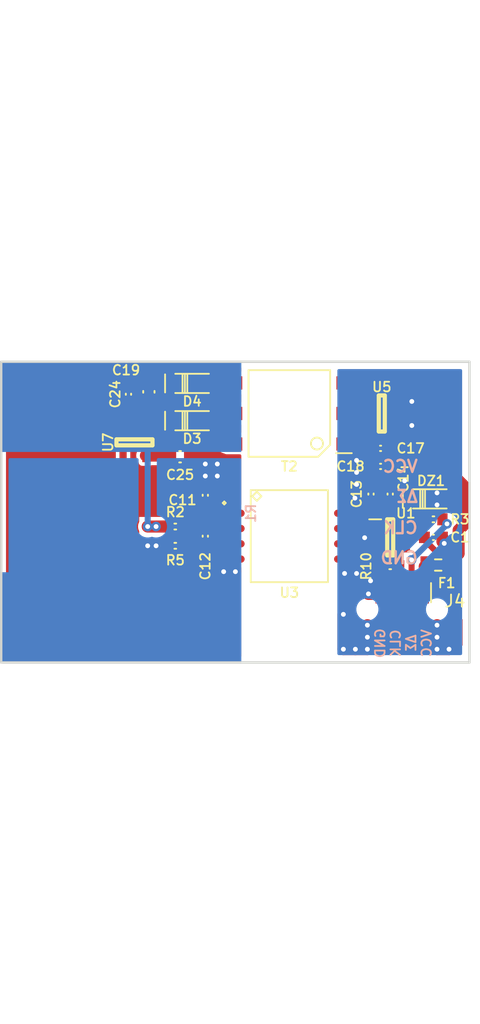
<source format=kicad_pcb>
(kicad_pcb (version 20171130) (host pcbnew 6.0.0-rc1-unknown-a55d981~66~ubuntu18.10.1)

  (general
    (thickness 1.6)
    (drawings 9)
    (tracks 219)
    (zones 0)
    (modules 25)
    (nets 20)
  )

  (page A4)
  (layers
    (0 F.Cu signal)
    (31 B.Cu signal)
    (32 B.Adhes user)
    (33 F.Adhes user)
    (34 B.Paste user)
    (35 F.Paste user)
    (36 B.SilkS user)
    (37 F.SilkS user)
    (38 B.Mask user)
    (39 F.Mask user)
    (40 Dwgs.User user)
    (41 Cmts.User user)
    (42 Eco1.User user)
    (43 Eco2.User user)
    (44 Edge.Cuts user)
    (45 Margin user)
    (46 B.CrtYd user hide)
    (47 F.CrtYd user)
    (48 B.Fab user)
    (49 F.Fab user hide)
  )

  (setup
    (last_trace_width 1)
    (user_trace_width 0.5)
    (user_trace_width 1)
    (trace_clearance 0.2)
    (zone_clearance 0.508)
    (zone_45_only no)
    (trace_min 0.2)
    (via_size 0.8)
    (via_drill 0.4)
    (via_min_size 0.4)
    (via_min_drill 0.3)
    (uvia_size 0.3)
    (uvia_drill 0.1)
    (uvias_allowed no)
    (uvia_min_size 0.2)
    (uvia_min_drill 0.1)
    (edge_width 0.15)
    (segment_width 0.2)
    (pcb_text_width 0.3)
    (pcb_text_size 1.5 1.5)
    (mod_edge_width 0.15)
    (mod_text_size 0.8 0.8)
    (mod_text_width 0.15)
    (pad_size 1.6 2.2)
    (pad_drill 0)
    (pad_to_mask_clearance 0.1)
    (aux_axis_origin 0 0)
    (visible_elements FFFFFF7F)
    (pcbplotparams
      (layerselection 0x00030_ffffffff)
      (usegerberextensions false)
      (usegerberattributes false)
      (usegerberadvancedattributes false)
      (creategerberjobfile false)
      (excludeedgelayer true)
      (linewidth 0.100000)
      (plotframeref false)
      (viasonmask false)
      (mode 1)
      (useauxorigin false)
      (hpglpennumber 1)
      (hpglpenspeed 20)
      (hpglpendiameter 15.000000)
      (psnegative false)
      (psa4output false)
      (plotreference true)
      (plotvalue true)
      (plotinvisibletext false)
      (padsonsilk false)
      (subtractmaskfromsilk false)
      (outputformat 1)
      (mirror false)
      (drillshape 1)
      (scaleselection 1)
      (outputdirectory ""))
  )

  (net 0 "")
  (net 1 "Net-(T2-Pad3)")
  (net 2 "Net-(T2-Pad1)")
  (net 3 +5)
  (net 4 GND)
  (net 5 "/current sensor/VDD2")
  (net 6 "Net-(C19-Pad1)")
  (net 7 "Net-(D4-Pad2)")
  (net 8 "Net-(D3-Pad2)")
  (net 9 /delta_sigma)
  (net 10 "Net-(C12-Pad1)")
  (net 11 "/current sensor/CLK")
  (net 12 "/current sensor/DATA")
  (net 13 "/current sensor/Vin+")
  (net 14 /clk)
  (net 15 ISOGND)
  (net 16 "Net-(R10-Pad1)")
  (net 17 "Net-(R3-Pad1)")
  (net 18 "Net-(F1-Pad1)")
  (net 19 "Net-(C12-Pad2)")

  (net_class Default "This is the default net class."
    (clearance 0.2)
    (trace_width 0.25)
    (via_dia 0.8)
    (via_drill 0.4)
    (uvia_dia 0.3)
    (uvia_drill 0.1)
    (add_net +5)
    (add_net /clk)
    (add_net "/current sensor/CLK")
    (add_net "/current sensor/DATA")
    (add_net "/current sensor/VDD2")
    (add_net "/current sensor/Vin+")
    (add_net /delta_sigma)
    (add_net GND)
    (add_net ISOGND)
    (add_net "Net-(C12-Pad1)")
    (add_net "Net-(C12-Pad2)")
    (add_net "Net-(C19-Pad1)")
    (add_net "Net-(D3-Pad2)")
    (add_net "Net-(D4-Pad2)")
    (add_net "Net-(F1-Pad1)")
    (add_net "Net-(R10-Pad1)")
    (add_net "Net-(R3-Pad1)")
    (add_net "Net-(T2-Pad1)")
    (add_net "Net-(T2-Pad3)")
  )

  (module smd-semi:SOD-123 (layer F.Cu) (tedit 54CBDA9F) (tstamp 59930F3F)
    (at 148.9 76.9)
    (path /598FD5E6/589DB33A)
    (attr smd)
    (fp_text reference D3 (at 0 1.5) (layer F.SilkS)
      (effects (font (size 0.8 0.8) (thickness 0.15)))
    )
    (fp_text value MBR0520 (at 0 0) (layer F.Fab)
      (effects (font (size 0.8 0.8) (thickness 0.15)))
    )
    (fp_line (start -1.4 0.8) (end -1.4 -0.8) (layer F.Fab) (width 0.15))
    (fp_line (start 1.4 0.8) (end -1.4 0.8) (layer F.Fab) (width 0.15))
    (fp_line (start 1.4 -0.8) (end 1.4 0.8) (layer F.Fab) (width 0.15))
    (fp_line (start -1.4 -0.8) (end 1.4 -0.8) (layer F.Fab) (width 0.15))
    (fp_line (start -1 -0.8) (end -1 0.8) (layer F.Fab) (width 0.15))
    (fp_line (start -0.8 -0.8) (end -0.8 0.8) (layer F.Fab) (width 0.15))
    (fp_line (start -0.6 0.8) (end -0.6 -0.8) (layer F.Fab) (width 0.15))
    (fp_line (start -1.4 -0.8) (end 1.4 -0.8) (layer F.SilkS) (width 0.15))
    (fp_line (start -0.8 -0.8) (end -0.8 0.8) (layer F.SilkS) (width 0.15))
    (fp_line (start -0.6 0.8) (end -0.6 -0.8) (layer F.SilkS) (width 0.15))
    (fp_line (start -0.4 -0.8) (end -0.4 0.8) (layer F.SilkS) (width 0.15))
    (fp_line (start 1.4 0.8) (end -1.4 0.8) (layer F.SilkS) (width 0.15))
    (fp_line (start -2.5 -1) (end 2.5 -1) (layer F.CrtYd) (width 0.15))
    (fp_line (start -2.5 1) (end -2.5 -1) (layer F.CrtYd) (width 0.15))
    (fp_line (start 2.5 1) (end -2.5 1) (layer F.CrtYd) (width 0.15))
    (fp_line (start 2.5 -1) (end 2.5 1) (layer F.CrtYd) (width 0.15))
    (fp_line (start -2.25 -0.75) (end -2.25 0.75) (layer F.SilkS) (width 0.15))
    (pad 2 smd rect (at 1.6 0) (size 0.9 1.2) (layers F.Cu F.Paste F.Mask)
      (net 8 "Net-(D3-Pad2)"))
    (pad 1 smd rect (at -1.6 0) (size 0.9 1.2) (layers F.Cu F.Paste F.Mask)
      (net 6 "Net-(C19-Pad1)"))
    (model ${KIPRJMOD}/3Dlib/sod123.wrl
      (at (xyz 0 0 0))
      (scale (xyz 1 1 1))
      (rotate (xyz 0 0 180))
    )
  )

  (module IPC7351-Nominal:RESC1608X50 (layer F.Cu) (tedit 55D69DCE) (tstamp 59A3BD4C)
    (at 165.4 89 180)
    (descr "Resistor,Chip;1.58mm L X 0.85mm W X 0.50mm H")
    (path /599DA7B8)
    (attr smd)
    (fp_text reference R10 (at 2 0 270) (layer F.SilkS)
      (effects (font (size 0.8 0.8) (thickness 0.15)))
    )
    (fp_text value 22R (at 0 0 180) (layer F.Fab)
      (effects (font (size 0.5 0.5) (thickness 0.1)))
    )
    (fp_line (start -0.071 0.246) (end 0.071 0.246) (layer F.SilkS) (width 0.15))
    (fp_line (start 0.071 0.246) (end -0.071 0.246) (layer F.SilkS) (width 0.15))
    (fp_line (start -0.071 -0.246) (end 0.071 -0.246) (layer F.SilkS) (width 0.15))
    (fp_line (start 0.071 -0.246) (end -0.071 -0.246) (layer F.SilkS) (width 0.15))
    (fp_line (start -1.425 -0.75) (end 1.425 -0.75) (layer F.CrtYd) (width 0.05))
    (fp_line (start 1.425 -0.75) (end 1.425 0.75) (layer F.CrtYd) (width 0.05))
    (fp_line (start 1.425 0.75) (end -1.425 0.75) (layer F.CrtYd) (width 0.05))
    (fp_line (start -1.425 0.75) (end -1.425 -0.75) (layer F.CrtYd) (width 0.05))
    (pad 1 smd rect (at -0.75 0 180) (size 0.85 1) (layers F.Cu F.Paste F.Mask)
      (net 16 "Net-(R10-Pad1)"))
    (pad 2 smd rect (at 0.75 0 180) (size 0.85 1) (layers F.Cu F.Paste F.Mask)
      (net 14 /clk))
    (model ${KIPRJMOD}/3Dlib/r_0603_h078.step
      (at (xyz 0 0 0))
      (scale (xyz 1 1 1))
      (rotate (xyz 0 0 0))
    )
  )

  (module IPC7351-Nominal:RESC2012X50 (layer F.Cu) (tedit FBC56E98) (tstamp 59A3BC95)
    (at 169.4 88.9)
    (descr "Resistor,Chip;2.05mm L X 1.25mm W X 0.50mm H")
    (path /599DB09F)
    (attr smd)
    (fp_text reference F1 (at 0.7 1.5) (layer F.SilkS)
      (effects (font (size 0.8 0.8) (thickness 0.15)))
    )
    (fp_text value "FUSE 300mA" (at 0 0) (layer F.Fab)
      (effects (font (size 0.5 0.5) (thickness 0.1)))
    )
    (fp_line (start -0.271 0.471) (end 0.271 0.471) (layer F.SilkS) (width 0.15))
    (fp_line (start 0.271 0.471) (end -0.271 0.471) (layer F.SilkS) (width 0.15))
    (fp_line (start -0.271 -0.471) (end 0.271 -0.471) (layer F.SilkS) (width 0.15))
    (fp_line (start 0.271 -0.471) (end -0.271 -0.471) (layer F.SilkS) (width 0.15))
    (fp_line (start -1.725 -0.975) (end 1.725 -0.975) (layer F.CrtYd) (width 0.05))
    (fp_line (start 1.725 -0.975) (end 1.725 0.975) (layer F.CrtYd) (width 0.05))
    (fp_line (start 1.725 0.975) (end -1.725 0.975) (layer F.CrtYd) (width 0.05))
    (fp_line (start -1.725 0.975) (end -1.725 -0.975) (layer F.CrtYd) (width 0.05))
    (pad 1 smd rect (at -1 0) (size 0.95 1.45) (layers F.Cu F.Paste F.Mask)
      (net 18 "Net-(F1-Pad1)"))
    (pad 2 smd rect (at 1 0) (size 0.95 1.45) (layers F.Cu F.Paste F.Mask)
      (net 3 +5))
    (model ${KIPRJMOD}/3Dlib/r_0603_h078.step
      (at (xyz 0 0 0))
      (scale (xyz 1 1 1))
      (rotate (xyz 0 0 0))
    )
    (model ${KIPRJMOD}/3Dlib/r_0805_h078.step
      (at (xyz 0 0 0))
      (scale (xyz 1 1 1))
      (rotate (xyz 0 0 0))
    )
  )

  (module smd-semi:SOD-123 (layer F.Cu) (tedit 54CBDA9F) (tstamp 59A3BAE9)
    (at 168.7 83.4)
    (path /599DB8C8)
    (attr smd)
    (fp_text reference DZ1 (at 0.1 -1.5) (layer F.SilkS)
      (effects (font (size 0.8 0.8) (thickness 0.15)))
    )
    (fp_text value MMSZ52XXB (at 0 0) (layer F.Fab)
      (effects (font (size 0.8 0.8) (thickness 0.15)))
    )
    (fp_line (start -2.25 -0.75) (end -2.25 0.75) (layer F.SilkS) (width 0.15))
    (fp_line (start 2.5 -1) (end 2.5 1) (layer F.CrtYd) (width 0.15))
    (fp_line (start 2.5 1) (end -2.5 1) (layer F.CrtYd) (width 0.15))
    (fp_line (start -2.5 1) (end -2.5 -1) (layer F.CrtYd) (width 0.15))
    (fp_line (start -2.5 -1) (end 2.5 -1) (layer F.CrtYd) (width 0.15))
    (fp_line (start 1.4 0.8) (end -1.4 0.8) (layer F.SilkS) (width 0.15))
    (fp_line (start -0.4 -0.8) (end -0.4 0.8) (layer F.SilkS) (width 0.15))
    (fp_line (start -0.6 0.8) (end -0.6 -0.8) (layer F.SilkS) (width 0.15))
    (fp_line (start -0.8 -0.8) (end -0.8 0.8) (layer F.SilkS) (width 0.15))
    (fp_line (start -1.4 -0.8) (end 1.4 -0.8) (layer F.SilkS) (width 0.15))
    (fp_line (start -0.6 0.8) (end -0.6 -0.8) (layer F.Fab) (width 0.15))
    (fp_line (start -0.8 -0.8) (end -0.8 0.8) (layer F.Fab) (width 0.15))
    (fp_line (start -1 -0.8) (end -1 0.8) (layer F.Fab) (width 0.15))
    (fp_line (start -1.4 -0.8) (end 1.4 -0.8) (layer F.Fab) (width 0.15))
    (fp_line (start 1.4 -0.8) (end 1.4 0.8) (layer F.Fab) (width 0.15))
    (fp_line (start 1.4 0.8) (end -1.4 0.8) (layer F.Fab) (width 0.15))
    (fp_line (start -1.4 0.8) (end -1.4 -0.8) (layer F.Fab) (width 0.15))
    (pad 1 smd rect (at -1.6 0) (size 0.9 1.2) (layers F.Cu F.Paste F.Mask)
      (net 3 +5))
    (pad 2 smd rect (at 1.6 0) (size 0.9 1.2) (layers F.Cu F.Paste F.Mask)
      (net 4 GND))
    (model ${KIPRJMOD}/3Dlib/SOD-123.step
      (at (xyz 0 0 0))
      (scale (xyz 1 1 1))
      (rotate (xyz 0 0 0))
    )
  )

  (module IPC7351-Nominal:CAPC1608X55 (layer F.Cu) (tedit F0F977BE) (tstamp 599310C5)
    (at 169 86.6)
    (descr "Capacitor,non-polarized,Chip;1.60mm L X 0.80mm W X 0.55mm H")
    (path /5991FF80)
    (attr smd)
    (fp_text reference C1 (at 2.2 0 180) (layer F.SilkS)
      (effects (font (size 0.8 0.8) (thickness 0.15)))
    )
    (fp_text value 100nF (at 0 0) (layer F.Fab)
      (effects (font (size 0.5 0.5) (thickness 0.1)))
    )
    (fp_line (start -1.45 0.725) (end -1.45 -0.725) (layer F.CrtYd) (width 0.05))
    (fp_line (start 1.45 0.725) (end -1.45 0.725) (layer F.CrtYd) (width 0.05))
    (fp_line (start 1.45 -0.725) (end 1.45 0.725) (layer F.CrtYd) (width 0.05))
    (fp_line (start -1.45 -0.725) (end 1.45 -0.725) (layer F.CrtYd) (width 0.05))
    (fp_line (start 0.046 -0.221) (end -0.046 -0.221) (layer F.SilkS) (width 0.15))
    (fp_line (start -0.046 -0.221) (end 0.046 -0.221) (layer F.SilkS) (width 0.15))
    (fp_line (start 0.046 0.221) (end -0.046 0.221) (layer F.SilkS) (width 0.15))
    (fp_line (start -0.046 0.221) (end 0.046 0.221) (layer F.SilkS) (width 0.15))
    (pad 2 smd rect (at 0.75 0) (size 0.9 0.95) (layers F.Cu F.Paste F.Mask)
      (net 4 GND))
    (pad 1 smd rect (at -0.75 0) (size 0.9 0.95) (layers F.Cu F.Paste F.Mask)
      (net 3 +5))
    (model ${KIPRJMOD}/3Dlib/c_0603_h078.step
      (at (xyz 0 0 0))
      (scale (xyz 1 1 1))
      (rotate (xyz 0 0 0))
    )
  )

  (module "paltatech:DF13-4P-1.25H(50)" (layer F.Cu) (tedit 59A6B4DD) (tstamp 599301C2)
    (at 166.4 94.5 180)
    (path /59900007)
    (fp_text reference J4 (at -4.4 2.6) (layer F.SilkS)
      (effects (font (size 1 1) (thickness 0.15)))
    )
    (fp_text value "DS conn" (at 0 -0.5 180) (layer F.SilkS) hide
      (effects (font (size 1 1) (thickness 0.15)))
    )
    (fp_text user %R (at 0 0 270) (layer F.Fab)
      (effects (font (size 1 1) (thickness 0.15)))
    )
    (fp_line (start -2.4 2.5) (end -2.4 4.1) (layer F.SilkS) (width 0.15))
    (fp_line (start -4 -2.5) (end 4 -2.5) (layer F.SilkS) (width 0.15))
    (pad "" np_thru_hole circle (at 2.9 1.91 180) (size 0.82 0.82) (drill 0.82) (layers *.Cu *.Mask))
    (pad "" np_thru_hole circle (at -2.9 1.91 180) (size 0.82 0.82) (drill 0.82) (layers *.Cu *.Mask))
    (pad 4 smd rect (at 1.875 3.3 180) (size 0.7 1.8) (layers F.Cu F.Paste F.Mask)
      (net 4 GND))
    (pad 3 smd rect (at 0.625 3.3 180) (size 0.7 1.8) (layers F.Cu F.Paste F.Mask)
      (net 14 /clk))
    (pad 2 smd rect (at -0.625 3.3 180) (size 0.7 1.8) (layers F.Cu F.Paste F.Mask)
      (net 9 /delta_sigma))
    (pad 1 smd rect (at -1.875 3.3 180) (size 0.7 1.8) (layers F.Cu F.Paste F.Mask)
      (net 18 "Net-(F1-Pad1)"))
    (pad "" smd rect (at 4.225 0 180) (size 1.6 2.2) (layers F.Cu F.Paste F.Mask))
    (pad "" smd rect (at -4.225 0 180) (size 1.6 2.2) (layers F.Cu F.Paste F.Mask))
    (model ${KIPRJMOD}/3Dlib/DF13-4P-1.25H.stp
      (at (xyz 0 0 0))
      (scale (xyz 1 1 1))
      (rotate (xyz 0 0 180))
    )
  )

  (module paltatech:BAS-M-R0002 (layer B.Cu) (tedit 5996FD87) (tstamp 59907275)
    (at 143 84.5 270)
    (path /598FEF4C)
    (attr virtual)
    (fp_text reference R1 (at 0.1 -10.8 270) (layer B.SilkS)
      (effects (font (size 0.8 0.8) (thickness 0.15)) (justify mirror))
    )
    (fp_text value 0.035uOhm (at 0 0.5 270) (layer B.SilkS) hide
      (effects (font (size 1 1) (thickness 0.15)) (justify mirror))
    )
    (fp_line (start -42.5 10) (end 42.5 10) (layer B.CrtYd) (width 0.15))
    (fp_line (start 42.5 10) (end 42.5 -10) (layer B.CrtYd) (width 0.15))
    (fp_line (start 42.5 -10) (end -42.5 -10) (layer B.CrtYd) (width 0.15))
    (fp_line (start -42.5 -10) (end -42.5 10) (layer B.CrtYd) (width 0.15))
    (fp_text user %R (at 0 0 270) (layer B.Fab)
      (effects (font (size 1 1) (thickness 0.15)) (justify mirror))
    )
    (pad 1 smd rect (at -8.75 0 270) (size 7.5 20) (layers B.Cu B.Mask)
      (net 13 "/current sensor/Vin+"))
    (pad 2 smd rect (at 8.75 0 270) (size 7.5 20) (layers B.Cu B.Mask)
      (net 15 ISOGND) (zone_connect 2))
    (model ${KIPRJMOD}/3Dlib/BAS-M-R0002.step
      (offset (xyz 0 0 2.999999954944522))
      (scale (xyz 1 1 1))
      (rotate (xyz 0 180 0))
    )
  )

  (module smd-semi:SOT-23-6 (layer F.Cu) (tedit 55D140D0) (tstamp 59936069)
    (at 165.4 86.6)
    (path /59901584)
    (attr smd)
    (fp_text reference U1 (at 1.3 -2) (layer F.SilkS)
      (effects (font (size 0.8 0.8) (thickness 0.15)))
    )
    (fp_text value Buffer (at 0 0) (layer F.Fab)
      (effects (font (size 0.8 0.8) (thickness 0.15)))
    )
    (fp_line (start -1.25 -1.5) (end -1.25 -0.5) (layer F.Fab) (width 0.15))
    (fp_line (start -0.9 -1.55) (end 0.9 -1.55) (layer F.Fab) (width 0.15))
    (fp_line (start 0.9 -1.55) (end 0.9 1.55) (layer F.Fab) (width 0.15))
    (fp_line (start 0.9 1.55) (end -0.9 1.55) (layer F.Fab) (width 0.15))
    (fp_line (start -0.9 1.55) (end -0.9 -1.55) (layer F.Fab) (width 0.15))
    (fp_line (start -0.75 -1.5) (end -1.75 -1.5) (layer F.SilkS) (width 0.15))
    (fp_line (start -0.25 -1.5) (end 0.25 -1.5) (layer F.SilkS) (width 0.35))
    (fp_line (start 0.25 -1.5) (end 0.25 1.5) (layer F.SilkS) (width 0.35))
    (fp_line (start 0.25 1.5) (end -0.25 1.5) (layer F.SilkS) (width 0.35))
    (fp_line (start -0.25 1.5) (end -0.25 -1.5) (layer F.SilkS) (width 0.35))
    (fp_line (start -2 -2) (end 2 -2) (layer F.CrtYd) (width 0.15))
    (fp_line (start 2 -2) (end 2 2) (layer F.CrtYd) (width 0.15))
    (fp_line (start 2 2) (end -2 2) (layer F.CrtYd) (width 0.15))
    (fp_line (start -2 2) (end -2 -2) (layer F.CrtYd) (width 0.15))
    (pad 1 smd rect (at -1.1 -0.95) (size 1.1 0.6) (layers F.Cu F.Paste F.Mask)
      (net 12 "/current sensor/DATA"))
    (pad 3 smd rect (at -1.1 0.95) (size 1.1 0.6) (layers F.Cu F.Paste F.Mask)
      (net 11 "/current sensor/CLK"))
    (pad 2 smd rect (at -1.1 0) (size 1.1 0.6) (layers F.Cu F.Paste F.Mask)
      (net 4 GND))
    (pad 4 smd rect (at 1.1 0.95) (size 1.1 0.6) (layers F.Cu F.Paste F.Mask)
      (net 16 "Net-(R10-Pad1)"))
    (pad 6 smd rect (at 1.1 -0.95) (size 1.1 0.6) (layers F.Cu F.Paste F.Mask)
      (net 17 "Net-(R3-Pad1)"))
    (pad 5 smd rect (at 1.1 0) (size 1.1 0.6) (layers F.Cu F.Paste F.Mask)
      (net 3 +5))
    (model ${KIPRJMOD}/3Dlib/sot23_5_18x29_p095.step
      (at (xyz 0 0 0))
      (scale (xyz 1 1 1))
      (rotate (xyz 0 0 90))
    )
  )

  (module manuf:WURTH-760390014 (layer F.Cu) (tedit 589CE734) (tstamp 599348F5)
    (at 157 76.3 180)
    (path /598FD5E6/589DB385)
    (fp_text reference T2 (at 0 -4.4 180) (layer F.SilkS)
      (effects (font (size 0.8 0.8) (thickness 0.15)))
    )
    (fp_text value TRANS-2CT (at 0 -0.5 180) (layer F.SilkS) hide
      (effects (font (size 1 1) (thickness 0.15)))
    )
    (fp_line (start -2.4 -3.6) (end 3.4 -3.6) (layer F.SilkS) (width 0.15))
    (fp_line (start 3.4 -3.6) (end 3.4 3.6) (layer F.SilkS) (width 0.15))
    (fp_line (start 3.4 3.6) (end -3.4 3.6) (layer F.SilkS) (width 0.15))
    (fp_line (start -3.4 3.6) (end -3.4 -2.6) (layer F.SilkS) (width 0.15))
    (fp_line (start -3.4 -2.6) (end -2.4 -3.6) (layer F.SilkS) (width 0.15))
    (fp_line (start -5.2 -3.3) (end -3.9 -3.3) (layer F.SilkS) (width 0.15))
    (fp_line (start -3.9 -3.3) (end -3.9 -3.3) (layer F.SilkS) (width 0.15))
    (fp_circle (center -2.3 -2.5) (end -1.9 -2.2) (layer F.SilkS) (width 0.15))
    (fp_text user %R (at 0 0 180) (layer F.Fab)
      (effects (font (size 1 1) (thickness 0.15)))
    )
    (pad 1 smd rect (at -4.57 -2.54 180) (size 1.3 1.1) (layers F.Cu F.Paste F.Mask)
      (net 2 "Net-(T2-Pad1)"))
    (pad 2 smd rect (at -4.57 0 180) (size 1.3 1.1) (layers F.Cu F.Paste F.Mask)
      (net 3 +5))
    (pad 3 smd rect (at -4.57 2.54 180) (size 1.3 1.1) (layers F.Cu F.Paste F.Mask)
      (net 1 "Net-(T2-Pad3)"))
    (pad 4 smd rect (at 4.57 2.54 180) (size 1.3 1.1) (layers F.Cu F.Paste F.Mask)
      (net 7 "Net-(D4-Pad2)"))
    (pad 5 smd rect (at 4.57 0 180) (size 1.3 1.1) (layers F.Cu F.Paste F.Mask)
      (net 15 ISOGND))
    (pad 6 smd rect (at 4.57 -2.54 180) (size 1.3 1.1) (layers F.Cu F.Paste F.Mask)
      (net 8 "Net-(D3-Pad2)"))
    (model ${KIPRJMOD}/3Dlib/250-1109-rev1.step
      (at (xyz 0 0 0))
      (scale (xyz 1 1 1))
      (rotate (xyz 0 0 0))
    )
  )

  (module IPC7351-Nominal:CAPC1608X55 (layer F.Cu) (tedit F0F977BE) (tstamp 599310E1)
    (at 163.8 83 90)
    (descr "Capacitor,non-polarized,Chip;1.60mm L X 0.80mm W X 0.55mm H")
    (path /598FD705/585B1E88)
    (attr smd)
    (fp_text reference C13 (at 0 -1.2 90) (layer F.SilkS)
      (effects (font (size 0.8 0.8) (thickness 0.15)))
    )
    (fp_text value 100nF (at 0 0 90) (layer F.Fab)
      (effects (font (size 0.5 0.5) (thickness 0.1)))
    )
    (fp_line (start -1.45 0.725) (end -1.45 -0.725) (layer F.CrtYd) (width 0.05))
    (fp_line (start 1.45 0.725) (end -1.45 0.725) (layer F.CrtYd) (width 0.05))
    (fp_line (start 1.45 -0.725) (end 1.45 0.725) (layer F.CrtYd) (width 0.05))
    (fp_line (start -1.45 -0.725) (end 1.45 -0.725) (layer F.CrtYd) (width 0.05))
    (fp_line (start 0.046 -0.221) (end -0.046 -0.221) (layer F.SilkS) (width 0.15))
    (fp_line (start -0.046 -0.221) (end 0.046 -0.221) (layer F.SilkS) (width 0.15))
    (fp_line (start 0.046 0.221) (end -0.046 0.221) (layer F.SilkS) (width 0.15))
    (fp_line (start -0.046 0.221) (end 0.046 0.221) (layer F.SilkS) (width 0.15))
    (pad 2 smd rect (at 0.75 0 90) (size 0.9 0.95) (layers F.Cu F.Paste F.Mask)
      (net 4 GND))
    (pad 1 smd rect (at -0.75 0 90) (size 0.9 0.95) (layers F.Cu F.Paste F.Mask)
      (net 3 +5))
    (model ${KIPRJMOD}/3Dlib/c_0603_h078.step
      (at (xyz 0 0 0))
      (scale (xyz 1 1 1))
      (rotate (xyz 0 0 0))
    )
  )

  (module IPC7351-Nominal:CAPC1608X55 (layer F.Cu) (tedit F0F977BE) (tstamp 599310B7)
    (at 150 83.1 90)
    (descr "Capacitor,non-polarized,Chip;1.60mm L X 0.80mm W X 0.55mm H")
    (path /598FD705/5991F9FE)
    (attr smd)
    (fp_text reference C11 (at -0.4 -1.9 -180) (layer F.SilkS)
      (effects (font (size 0.8 0.8) (thickness 0.15)))
    )
    (fp_text value 100nF (at 0 0 90) (layer F.Fab)
      (effects (font (size 0.5 0.5) (thickness 0.1)))
    )
    (fp_line (start -0.046 0.221) (end 0.046 0.221) (layer F.SilkS) (width 0.15))
    (fp_line (start 0.046 0.221) (end -0.046 0.221) (layer F.SilkS) (width 0.15))
    (fp_line (start -0.046 -0.221) (end 0.046 -0.221) (layer F.SilkS) (width 0.15))
    (fp_line (start 0.046 -0.221) (end -0.046 -0.221) (layer F.SilkS) (width 0.15))
    (fp_line (start -1.45 -0.725) (end 1.45 -0.725) (layer F.CrtYd) (width 0.05))
    (fp_line (start 1.45 -0.725) (end 1.45 0.725) (layer F.CrtYd) (width 0.05))
    (fp_line (start 1.45 0.725) (end -1.45 0.725) (layer F.CrtYd) (width 0.05))
    (fp_line (start -1.45 0.725) (end -1.45 -0.725) (layer F.CrtYd) (width 0.05))
    (pad 1 smd rect (at -0.75 0 90) (size 0.9 0.95) (layers F.Cu F.Paste F.Mask)
      (net 5 "/current sensor/VDD2"))
    (pad 2 smd rect (at 0.75 0 90) (size 0.9 0.95) (layers F.Cu F.Paste F.Mask)
      (net 15 ISOGND))
    (model ${KIPRJMOD}/3Dlib/c_0603_h078.step
      (at (xyz 0 0 0))
      (scale (xyz 1 1 1))
      (rotate (xyz 0 0 0))
    )
  )

  (module IPC7351-Nominal:CAPC1608X55 (layer F.Cu) (tedit F0F977BE) (tstamp 599310A9)
    (at 150 86.5 270)
    (descr "Capacitor,non-polarized,Chip;1.60mm L X 0.80mm W X 0.55mm H")
    (path /598FD705/585AF5E7)
    (attr smd)
    (fp_text reference C12 (at 2.5 0 270) (layer F.SilkS)
      (effects (font (size 0.8 0.8) (thickness 0.15)))
    )
    (fp_text value 330pF (at 0 0 270) (layer F.Fab)
      (effects (font (size 0.5 0.5) (thickness 0.1)))
    )
    (fp_line (start -1.45 0.725) (end -1.45 -0.725) (layer F.CrtYd) (width 0.05))
    (fp_line (start 1.45 0.725) (end -1.45 0.725) (layer F.CrtYd) (width 0.05))
    (fp_line (start 1.45 -0.725) (end 1.45 0.725) (layer F.CrtYd) (width 0.05))
    (fp_line (start -1.45 -0.725) (end 1.45 -0.725) (layer F.CrtYd) (width 0.05))
    (fp_line (start 0.046 -0.221) (end -0.046 -0.221) (layer F.SilkS) (width 0.15))
    (fp_line (start -0.046 -0.221) (end 0.046 -0.221) (layer F.SilkS) (width 0.15))
    (fp_line (start 0.046 0.221) (end -0.046 0.221) (layer F.SilkS) (width 0.15))
    (fp_line (start -0.046 0.221) (end 0.046 0.221) (layer F.SilkS) (width 0.15))
    (pad 2 smd rect (at 0.75 0 270) (size 0.9 0.95) (layers F.Cu F.Paste F.Mask)
      (net 19 "Net-(C12-Pad2)"))
    (pad 1 smd rect (at -0.75 0 270) (size 0.9 0.95) (layers F.Cu F.Paste F.Mask)
      (net 10 "Net-(C12-Pad1)"))
    (model ${KIPRJMOD}/3Dlib/c_0603_h078.step
      (at (xyz 0 0 0))
      (scale (xyz 1 1 1))
      (rotate (xyz 0 0 0))
    )
  )

  (module IPC7351-Nominal:CAPC1608X55 (layer F.Cu) (tedit F0F977BE) (tstamp 5993109B)
    (at 143.6 74.7 90)
    (descr "Capacitor,non-polarized,Chip;1.60mm L X 0.80mm W X 0.55mm H")
    (path /598FD5E6/589DB35A)
    (attr smd)
    (fp_text reference C24 (at 0 -1.1 90) (layer F.SilkS)
      (effects (font (size 0.8 0.8) (thickness 0.15)))
    )
    (fp_text value 100nF (at 0 0 90) (layer F.Fab)
      (effects (font (size 0.5 0.5) (thickness 0.1)))
    )
    (fp_line (start -0.046 0.221) (end 0.046 0.221) (layer F.SilkS) (width 0.15))
    (fp_line (start 0.046 0.221) (end -0.046 0.221) (layer F.SilkS) (width 0.15))
    (fp_line (start -0.046 -0.221) (end 0.046 -0.221) (layer F.SilkS) (width 0.15))
    (fp_line (start 0.046 -0.221) (end -0.046 -0.221) (layer F.SilkS) (width 0.15))
    (fp_line (start -1.45 -0.725) (end 1.45 -0.725) (layer F.CrtYd) (width 0.05))
    (fp_line (start 1.45 -0.725) (end 1.45 0.725) (layer F.CrtYd) (width 0.05))
    (fp_line (start 1.45 0.725) (end -1.45 0.725) (layer F.CrtYd) (width 0.05))
    (fp_line (start -1.45 0.725) (end -1.45 -0.725) (layer F.CrtYd) (width 0.05))
    (pad 1 smd rect (at -0.75 0 90) (size 0.9 0.95) (layers F.Cu F.Paste F.Mask)
      (net 6 "Net-(C19-Pad1)"))
    (pad 2 smd rect (at 0.75 0 90) (size 0.9 0.95) (layers F.Cu F.Paste F.Mask)
      (net 15 ISOGND))
    (model ${KIPRJMOD}/3Dlib/c_0603_h078.step
      (at (xyz 0 0 0))
      (scale (xyz 1 1 1))
      (rotate (xyz 0 0 0))
    )
  )

  (module IPC7351-Nominal:CAPC1608X55 (layer F.Cu) (tedit F0F977BE) (tstamp 5993108D)
    (at 164.6 80.7 180)
    (descr "Capacitor,non-polarized,Chip;1.60mm L X 0.80mm W X 0.55mm H")
    (path /598FD5E6/589DB32B)
    (attr smd)
    (fp_text reference C18 (at 2.5 0) (layer F.SilkS)
      (effects (font (size 0.8 0.8) (thickness 0.15)))
    )
    (fp_text value 100nF (at 0 0 180) (layer F.Fab)
      (effects (font (size 0.5 0.5) (thickness 0.1)))
    )
    (fp_line (start -1.45 0.725) (end -1.45 -0.725) (layer F.CrtYd) (width 0.05))
    (fp_line (start 1.45 0.725) (end -1.45 0.725) (layer F.CrtYd) (width 0.05))
    (fp_line (start 1.45 -0.725) (end 1.45 0.725) (layer F.CrtYd) (width 0.05))
    (fp_line (start -1.45 -0.725) (end 1.45 -0.725) (layer F.CrtYd) (width 0.05))
    (fp_line (start 0.046 -0.221) (end -0.046 -0.221) (layer F.SilkS) (width 0.15))
    (fp_line (start -0.046 -0.221) (end 0.046 -0.221) (layer F.SilkS) (width 0.15))
    (fp_line (start 0.046 0.221) (end -0.046 0.221) (layer F.SilkS) (width 0.15))
    (fp_line (start -0.046 0.221) (end 0.046 0.221) (layer F.SilkS) (width 0.15))
    (pad 2 smd rect (at 0.75 0 180) (size 0.9 0.95) (layers F.Cu F.Paste F.Mask)
      (net 4 GND))
    (pad 1 smd rect (at -0.75 0 180) (size 0.9 0.95) (layers F.Cu F.Paste F.Mask)
      (net 3 +5))
    (model ${KIPRJMOD}/3Dlib/c_0603_h078.step
      (at (xyz 0 0 0))
      (scale (xyz 1 1 1))
      (rotate (xyz 0 0 0))
    )
  )

  (module IPC7351-Nominal:CAPC1608X55 (layer F.Cu) (tedit F0F977BE) (tstamp 5993107F)
    (at 164.6 79.2 180)
    (descr "Capacitor,non-polarized,Chip;1.60mm L X 0.80mm W X 0.55mm H")
    (path /598FD5E6/589DB323)
    (attr smd)
    (fp_text reference C17 (at -2.5 0) (layer F.SilkS)
      (effects (font (size 0.8 0.8) (thickness 0.15)))
    )
    (fp_text value 2.2uF (at 0 0 180) (layer F.Fab)
      (effects (font (size 0.5 0.5) (thickness 0.1)))
    )
    (fp_line (start -0.046 0.221) (end 0.046 0.221) (layer F.SilkS) (width 0.15))
    (fp_line (start 0.046 0.221) (end -0.046 0.221) (layer F.SilkS) (width 0.15))
    (fp_line (start -0.046 -0.221) (end 0.046 -0.221) (layer F.SilkS) (width 0.15))
    (fp_line (start 0.046 -0.221) (end -0.046 -0.221) (layer F.SilkS) (width 0.15))
    (fp_line (start -1.45 -0.725) (end 1.45 -0.725) (layer F.CrtYd) (width 0.05))
    (fp_line (start 1.45 -0.725) (end 1.45 0.725) (layer F.CrtYd) (width 0.05))
    (fp_line (start 1.45 0.725) (end -1.45 0.725) (layer F.CrtYd) (width 0.05))
    (fp_line (start -1.45 0.725) (end -1.45 -0.725) (layer F.CrtYd) (width 0.05))
    (pad 1 smd rect (at -0.75 0 180) (size 0.9 0.95) (layers F.Cu F.Paste F.Mask)
      (net 3 +5))
    (pad 2 smd rect (at 0.75 0 180) (size 0.9 0.95) (layers F.Cu F.Paste F.Mask)
      (net 4 GND))
    (model ${KIPRJMOD}/3Dlib/c_0603_h078.step
      (at (xyz 0 0 0))
      (scale (xyz 1 1 1))
      (rotate (xyz 0 0 0))
    )
  )

  (module IPC7351-Nominal:CAPC1608X55 (layer F.Cu) (tedit F0F977BE) (tstamp 59931071)
    (at 165.4 83 90)
    (descr "Capacitor,non-polarized,Chip;1.60mm L X 0.80mm W X 0.55mm H")
    (path /598FD705/585B2111)
    (attr smd)
    (fp_text reference C14 (at 1.3 1.1 90) (layer F.SilkS)
      (effects (font (size 0.8 0.8) (thickness 0.15)))
    )
    (fp_text value 2.2uF (at 0 0 90) (layer F.Fab)
      (effects (font (size 0.5 0.5) (thickness 0.1)))
    )
    (fp_line (start -1.45 0.725) (end -1.45 -0.725) (layer F.CrtYd) (width 0.05))
    (fp_line (start 1.45 0.725) (end -1.45 0.725) (layer F.CrtYd) (width 0.05))
    (fp_line (start 1.45 -0.725) (end 1.45 0.725) (layer F.CrtYd) (width 0.05))
    (fp_line (start -1.45 -0.725) (end 1.45 -0.725) (layer F.CrtYd) (width 0.05))
    (fp_line (start 0.046 -0.221) (end -0.046 -0.221) (layer F.SilkS) (width 0.15))
    (fp_line (start -0.046 -0.221) (end 0.046 -0.221) (layer F.SilkS) (width 0.15))
    (fp_line (start 0.046 0.221) (end -0.046 0.221) (layer F.SilkS) (width 0.15))
    (fp_line (start -0.046 0.221) (end 0.046 0.221) (layer F.SilkS) (width 0.15))
    (pad 2 smd rect (at 0.75 0 90) (size 0.9 0.95) (layers F.Cu F.Paste F.Mask)
      (net 4 GND))
    (pad 1 smd rect (at -0.75 0 90) (size 0.9 0.95) (layers F.Cu F.Paste F.Mask)
      (net 3 +5))
    (model ${KIPRJMOD}/3Dlib/c_0603_h078.step
      (at (xyz 0 0 0))
      (scale (xyz 1 1 1))
      (rotate (xyz 0 0 0))
    )
  )

  (module IPC7351-Nominal:CAPC2012X70 (layer F.Cu) (tedit 60466190) (tstamp 59931055)
    (at 145.3 74.5 90)
    (descr "Capacitor,non-polarized,Chip;2.00mm L X 1.25mm W X 0.70mm H")
    (path /598FD5E6/589DB351)
    (attr smd)
    (fp_text reference C19 (at 1.8 -1.9 180) (layer F.SilkS)
      (effects (font (size 0.8 0.8) (thickness 0.15)))
    )
    (fp_text value 22uF (at 0 0 90) (layer F.Fab)
      (effects (font (size 0.5 0.5) (thickness 0.1)))
    )
    (fp_line (start -1.725 0.975) (end -1.725 -0.975) (layer F.CrtYd) (width 0.05))
    (fp_line (start 1.725 0.975) (end -1.725 0.975) (layer F.CrtYd) (width 0.05))
    (fp_line (start 1.725 -0.975) (end 1.725 0.975) (layer F.CrtYd) (width 0.05))
    (fp_line (start -1.725 -0.975) (end 1.725 -0.975) (layer F.CrtYd) (width 0.05))
    (fp_line (start 0.071 -0.471) (end -0.071 -0.471) (layer F.SilkS) (width 0.15))
    (fp_line (start -0.071 -0.471) (end 0.071 -0.471) (layer F.SilkS) (width 0.15))
    (fp_line (start 0.071 0.471) (end -0.071 0.471) (layer F.SilkS) (width 0.15))
    (fp_line (start -0.071 0.471) (end 0.071 0.471) (layer F.SilkS) (width 0.15))
    (pad 2 smd rect (at 0.9 0 90) (size 1.15 1.45) (layers F.Cu F.Paste F.Mask)
      (net 15 ISOGND))
    (pad 1 smd rect (at -0.9 0 90) (size 1.15 1.45) (layers F.Cu F.Paste F.Mask)
      (net 6 "Net-(C19-Pad1)"))
    (model ${KIPRJMOD}/3Dlib/c_0805_h078.step
      (at (xyz 0 0 0))
      (scale (xyz 1 1 1))
      (rotate (xyz 0 0 0))
    )
  )

  (module IPC7351-Nominal:CAPC2012X70 (layer F.Cu) (tedit 60466190) (tstamp 59931047)
    (at 147.9 79.9)
    (descr "Capacitor,non-polarized,Chip;2.00mm L X 1.25mm W X 0.70mm H")
    (path /598FD5E6/589DB375)
    (attr smd)
    (fp_text reference C25 (at 0 1.5) (layer F.SilkS)
      (effects (font (size 0.8 0.8) (thickness 0.15)))
    )
    (fp_text value 22uF (at 0 0) (layer F.Fab)
      (effects (font (size 0.5 0.5) (thickness 0.1)))
    )
    (fp_line (start -0.071 0.471) (end 0.071 0.471) (layer F.SilkS) (width 0.15))
    (fp_line (start 0.071 0.471) (end -0.071 0.471) (layer F.SilkS) (width 0.15))
    (fp_line (start -0.071 -0.471) (end 0.071 -0.471) (layer F.SilkS) (width 0.15))
    (fp_line (start 0.071 -0.471) (end -0.071 -0.471) (layer F.SilkS) (width 0.15))
    (fp_line (start -1.725 -0.975) (end 1.725 -0.975) (layer F.CrtYd) (width 0.05))
    (fp_line (start 1.725 -0.975) (end 1.725 0.975) (layer F.CrtYd) (width 0.05))
    (fp_line (start 1.725 0.975) (end -1.725 0.975) (layer F.CrtYd) (width 0.05))
    (fp_line (start -1.725 0.975) (end -1.725 -0.975) (layer F.CrtYd) (width 0.05))
    (pad 1 smd rect (at -0.9 0) (size 1.15 1.45) (layers F.Cu F.Paste F.Mask)
      (net 5 "/current sensor/VDD2"))
    (pad 2 smd rect (at 0.9 0) (size 1.15 1.45) (layers F.Cu F.Paste F.Mask)
      (net 15 ISOGND))
    (model ${KIPRJMOD}/3Dlib/c_0805_h078.step
      (at (xyz 0 0 0))
      (scale (xyz 1 1 1))
      (rotate (xyz 0 0 0))
    )
  )

  (module IPC7351-Nominal:RESC1608X50 (layer F.Cu) (tedit 55D69DCE) (tstamp 59931039)
    (at 169 85.1)
    (descr "Resistor,Chip;1.58mm L X 0.85mm W X 0.50mm H")
    (path /599DA554)
    (attr smd)
    (fp_text reference R3 (at 2.2 0 -180) (layer F.SilkS)
      (effects (font (size 0.8 0.8) (thickness 0.15)))
    )
    (fp_text value 22R (at 0 0) (layer F.Fab)
      (effects (font (size 0.5 0.5) (thickness 0.1)))
    )
    (fp_line (start -0.071 0.246) (end 0.071 0.246) (layer F.SilkS) (width 0.15))
    (fp_line (start 0.071 0.246) (end -0.071 0.246) (layer F.SilkS) (width 0.15))
    (fp_line (start -0.071 -0.246) (end 0.071 -0.246) (layer F.SilkS) (width 0.15))
    (fp_line (start 0.071 -0.246) (end -0.071 -0.246) (layer F.SilkS) (width 0.15))
    (fp_line (start -1.425 -0.75) (end 1.425 -0.75) (layer F.CrtYd) (width 0.05))
    (fp_line (start 1.425 -0.75) (end 1.425 0.75) (layer F.CrtYd) (width 0.05))
    (fp_line (start 1.425 0.75) (end -1.425 0.75) (layer F.CrtYd) (width 0.05))
    (fp_line (start -1.425 0.75) (end -1.425 -0.75) (layer F.CrtYd) (width 0.05))
    (pad 1 smd rect (at -0.75 0) (size 0.85 1) (layers F.Cu F.Paste F.Mask)
      (net 17 "Net-(R3-Pad1)"))
    (pad 2 smd rect (at 0.75 0) (size 0.85 1) (layers F.Cu F.Paste F.Mask)
      (net 9 /delta_sigma))
    (model ${KIPRJMOD}/3Dlib/r_0603_h078.step
      (at (xyz 0 0 0))
      (scale (xyz 1 1 1))
      (rotate (xyz 0 0 0))
    )
  )

  (module IPC7351-Nominal:RESC1608X50 (layer F.Cu) (tedit 55D69DCE) (tstamp 5993101D)
    (at 147.5 87.3)
    (descr "Resistor,Chip;1.58mm L X 0.85mm W X 0.50mm H")
    (path /598FD705/585AF780)
    (attr smd)
    (fp_text reference R5 (at 0 1.2) (layer F.SilkS)
      (effects (font (size 0.8 0.8) (thickness 0.15)))
    )
    (fp_text value 1k (at 0 0) (layer F.Fab)
      (effects (font (size 0.5 0.5) (thickness 0.1)))
    )
    (fp_line (start -1.425 0.75) (end -1.425 -0.75) (layer F.CrtYd) (width 0.05))
    (fp_line (start 1.425 0.75) (end -1.425 0.75) (layer F.CrtYd) (width 0.05))
    (fp_line (start 1.425 -0.75) (end 1.425 0.75) (layer F.CrtYd) (width 0.05))
    (fp_line (start -1.425 -0.75) (end 1.425 -0.75) (layer F.CrtYd) (width 0.05))
    (fp_line (start 0.071 -0.246) (end -0.071 -0.246) (layer F.SilkS) (width 0.15))
    (fp_line (start -0.071 -0.246) (end 0.071 -0.246) (layer F.SilkS) (width 0.15))
    (fp_line (start 0.071 0.246) (end -0.071 0.246) (layer F.SilkS) (width 0.15))
    (fp_line (start -0.071 0.246) (end 0.071 0.246) (layer F.SilkS) (width 0.15))
    (pad 2 smd rect (at 0.75 0) (size 0.85 1) (layers F.Cu F.Paste F.Mask)
      (net 19 "Net-(C12-Pad2)"))
    (pad 1 smd rect (at -0.75 0) (size 0.85 1) (layers F.Cu F.Paste F.Mask)
      (net 15 ISOGND))
    (model ${KIPRJMOD}/3Dlib/r_0603_h078.step
      (at (xyz 0 0 0))
      (scale (xyz 1 1 1))
      (rotate (xyz 0 0 0))
    )
  )

  (module IPC7351-Nominal:RESC1608X50 (layer F.Cu) (tedit 55D69DCE) (tstamp 59931001)
    (at 147.5 85.7)
    (descr "Resistor,Chip;1.58mm L X 0.85mm W X 0.50mm H")
    (path /598FD705/598FDE22)
    (attr smd)
    (fp_text reference R2 (at 0 -1.2) (layer F.SilkS)
      (effects (font (size 0.8 0.8) (thickness 0.15)))
    )
    (fp_text value 1k (at 0 0) (layer F.Fab)
      (effects (font (size 0.5 0.5) (thickness 0.1)))
    )
    (fp_line (start -1.425 0.75) (end -1.425 -0.75) (layer F.CrtYd) (width 0.05))
    (fp_line (start 1.425 0.75) (end -1.425 0.75) (layer F.CrtYd) (width 0.05))
    (fp_line (start 1.425 -0.75) (end 1.425 0.75) (layer F.CrtYd) (width 0.05))
    (fp_line (start -1.425 -0.75) (end 1.425 -0.75) (layer F.CrtYd) (width 0.05))
    (fp_line (start 0.071 -0.246) (end -0.071 -0.246) (layer F.SilkS) (width 0.15))
    (fp_line (start -0.071 -0.246) (end 0.071 -0.246) (layer F.SilkS) (width 0.15))
    (fp_line (start 0.071 0.246) (end -0.071 0.246) (layer F.SilkS) (width 0.15))
    (fp_line (start -0.071 0.246) (end 0.071 0.246) (layer F.SilkS) (width 0.15))
    (pad 2 smd rect (at 0.75 0) (size 0.85 1) (layers F.Cu F.Paste F.Mask)
      (net 10 "Net-(C12-Pad1)"))
    (pad 1 smd rect (at -0.75 0) (size 0.85 1) (layers F.Cu F.Paste F.Mask)
      (net 13 "/current sensor/Vin+"))
    (model ${KIPRJMOD}/3Dlib/r_0603_h078.step
      (at (xyz 0 0 0))
      (scale (xyz 1 1 1))
      (rotate (xyz 0 0 0))
    )
  )

  (module IPC7351-Nominal:SOIC127P1032X265-8 (layer F.Cu) (tedit E8153C1E) (tstamp 59930FBB)
    (at 157 86.5)
    (descr "SOIC,1.27mm pitch;8 pin,7.60mm W X 7.65mm L X 2.65mm H body")
    (path /598FD705/585AEFF8)
    (attr smd)
    (fp_text reference U3 (at 0 4.7) (layer F.SilkS)
      (effects (font (size 0.8 0.8) (thickness 0.15)))
    )
    (fp_text value AMC1303 (at 0 0) (layer F.Fab)
      (effects (font (size 0.5 0.5) (thickness 0.1)))
    )
    (fp_line (start 3.217 -3.825) (end -3.217 -3.825) (layer F.SilkS) (width 0.15))
    (fp_line (start -3.217 -3.825) (end -3.217 3.825) (layer F.SilkS) (width 0.15))
    (fp_line (start -3.217 3.825) (end 3.217 3.825) (layer F.SilkS) (width 0.15))
    (fp_line (start 3.217 3.825) (end 3.217 -3.825) (layer F.SilkS) (width 0.15))
    (fp_line (start -5.548 -2.759) (end -5.421 -2.886) (layer F.SilkS) (width 0.15))
    (fp_line (start -5.421 -2.886) (end -5.294 -2.759) (layer F.SilkS) (width 0.15))
    (fp_line (start -5.294 -2.759) (end -5.421 -2.632) (layer F.SilkS) (width 0.15))
    (fp_line (start -5.421 -2.632) (end -5.548 -2.759) (layer F.SilkS) (width 0.15))
    (fp_line (start -3.09 -3.317) (end -2.709 -3.698) (layer F.SilkS) (width 0.15))
    (fp_line (start -2.709 -3.698) (end -2.328 -3.317) (layer F.SilkS) (width 0.15))
    (fp_line (start -2.328 -3.317) (end -2.709 -2.936) (layer F.SilkS) (width 0.15))
    (fp_line (start -2.709 -2.936) (end -3.09 -3.317) (layer F.SilkS) (width 0.15))
    (fp_line (start -5.925 -4.075) (end 5.925 -4.075) (layer F.CrtYd) (width 0.05))
    (fp_line (start 5.925 -4.075) (end 5.925 4.075) (layer F.CrtYd) (width 0.05))
    (fp_line (start 5.925 4.075) (end -5.925 4.075) (layer F.CrtYd) (width 0.05))
    (fp_line (start -5.925 4.075) (end -5.925 -4.075) (layer F.CrtYd) (width 0.05))
    (pad 1 smd oval (at -4.7 -1.905) (size 1.95 0.6) (layers F.Cu F.Paste F.Mask)
      (net 5 "/current sensor/VDD2"))
    (pad 2 smd oval (at -4.7 -0.635) (size 1.95 0.6) (layers F.Cu F.Paste F.Mask)
      (net 10 "Net-(C12-Pad1)"))
    (pad 3 smd oval (at -4.7 0.635) (size 1.95 0.6) (layers F.Cu F.Paste F.Mask)
      (net 19 "Net-(C12-Pad2)"))
    (pad 4 smd oval (at -4.7 1.905) (size 1.95 0.6) (layers F.Cu F.Paste F.Mask)
      (net 15 ISOGND))
    (pad 5 smd oval (at 4.7 1.905) (size 1.95 0.6) (layers F.Cu F.Paste F.Mask)
      (net 4 GND))
    (pad 6 smd oval (at 4.7 0.635) (size 1.95 0.6) (layers F.Cu F.Paste F.Mask)
      (net 11 "/current sensor/CLK"))
    (pad 7 smd oval (at 4.7 -0.635) (size 1.95 0.6) (layers F.Cu F.Paste F.Mask)
      (net 12 "/current sensor/DATA"))
    (pad 8 smd oval (at 4.7 -1.905) (size 1.95 0.6) (layers F.Cu F.Paste F.Mask)
      (net 3 +5))
    (model ${KIPRJMOD}/3Dlib/soic_8_75x58_p127.step
      (at (xyz 0 0 0))
      (scale (xyz 1 1 1))
      (rotate (xyz 0 0 90))
    )
  )

  (module smd-semi:SOD-123 (layer F.Cu) (tedit 54CBDA9F) (tstamp 59930F28)
    (at 148.9 73.8)
    (path /598FD5E6/589DB343)
    (attr smd)
    (fp_text reference D4 (at 0 1.5) (layer F.SilkS)
      (effects (font (size 0.8 0.8) (thickness 0.15)))
    )
    (fp_text value MBR0520 (at 0 0) (layer F.Fab)
      (effects (font (size 0.8 0.8) (thickness 0.15)))
    )
    (fp_line (start -2.25 -0.75) (end -2.25 0.75) (layer F.SilkS) (width 0.15))
    (fp_line (start 2.5 -1) (end 2.5 1) (layer F.CrtYd) (width 0.15))
    (fp_line (start 2.5 1) (end -2.5 1) (layer F.CrtYd) (width 0.15))
    (fp_line (start -2.5 1) (end -2.5 -1) (layer F.CrtYd) (width 0.15))
    (fp_line (start -2.5 -1) (end 2.5 -1) (layer F.CrtYd) (width 0.15))
    (fp_line (start 1.4 0.8) (end -1.4 0.8) (layer F.SilkS) (width 0.15))
    (fp_line (start -0.4 -0.8) (end -0.4 0.8) (layer F.SilkS) (width 0.15))
    (fp_line (start -0.6 0.8) (end -0.6 -0.8) (layer F.SilkS) (width 0.15))
    (fp_line (start -0.8 -0.8) (end -0.8 0.8) (layer F.SilkS) (width 0.15))
    (fp_line (start -1.4 -0.8) (end 1.4 -0.8) (layer F.SilkS) (width 0.15))
    (fp_line (start -0.6 0.8) (end -0.6 -0.8) (layer F.Fab) (width 0.15))
    (fp_line (start -0.8 -0.8) (end -0.8 0.8) (layer F.Fab) (width 0.15))
    (fp_line (start -1 -0.8) (end -1 0.8) (layer F.Fab) (width 0.15))
    (fp_line (start -1.4 -0.8) (end 1.4 -0.8) (layer F.Fab) (width 0.15))
    (fp_line (start 1.4 -0.8) (end 1.4 0.8) (layer F.Fab) (width 0.15))
    (fp_line (start 1.4 0.8) (end -1.4 0.8) (layer F.Fab) (width 0.15))
    (fp_line (start -1.4 0.8) (end -1.4 -0.8) (layer F.Fab) (width 0.15))
    (pad 1 smd rect (at -1.6 0) (size 0.9 1.2) (layers F.Cu F.Paste F.Mask)
      (net 6 "Net-(C19-Pad1)"))
    (pad 2 smd rect (at 1.6 0) (size 0.9 1.2) (layers F.Cu F.Paste F.Mask)
      (net 7 "Net-(D4-Pad2)"))
    (model ${KIPRJMOD}/3Dlib/sod123.wrl
      (at (xyz 0 0 0))
      (scale (xyz 1 1 1))
      (rotate (xyz 0 0 180))
    )
  )

  (module smd-semi:SOT-23-5 (layer F.Cu) (tedit 54CBE69C) (tstamp 59930F11)
    (at 144.1 78.7 270)
    (path /598FD5E6/589DB363)
    (attr smd)
    (fp_text reference U7 (at 0 2.2 270) (layer F.SilkS)
      (effects (font (size 0.8 0.8) (thickness 0.15)))
    )
    (fp_text value TPS76350 (at 0 0 270) (layer F.Fab)
      (effects (font (size 0.8 0.8) (thickness 0.15)))
    )
    (fp_line (start -2 2) (end -2 -2) (layer Dwgs.User) (width 0.15))
    (fp_line (start 2 2) (end -2 2) (layer Dwgs.User) (width 0.15))
    (fp_line (start 2 -2) (end 2 2) (layer Dwgs.User) (width 0.15))
    (fp_line (start -2 -2) (end 2 -2) (layer Dwgs.User) (width 0.15))
    (fp_line (start -0.25 1.5) (end -0.25 -1.5) (layer F.SilkS) (width 0.35))
    (fp_line (start 0.25 1.5) (end -0.25 1.5) (layer F.SilkS) (width 0.35))
    (fp_line (start 0.25 -1.5) (end 0.25 1.5) (layer F.SilkS) (width 0.35))
    (fp_line (start -0.25 -1.5) (end 0.25 -1.5) (layer F.SilkS) (width 0.35))
    (fp_line (start -0.9 1.55) (end -0.9 -1.55) (layer F.Fab) (width 0.15))
    (fp_line (start 0.9 1.55) (end -0.9 1.55) (layer F.Fab) (width 0.15))
    (fp_line (start 0.9 -1.55) (end 0.9 1.55) (layer F.Fab) (width 0.15))
    (fp_line (start -0.9 -1.55) (end 0.9 -1.55) (layer F.Fab) (width 0.15))
    (fp_line (start -1.25 -1.5) (end -1.25 -0.5) (layer F.Fab) (width 0.15))
    (pad 5 smd rect (at 1.1 -0.95 270) (size 1.1 0.6) (layers F.Cu F.Paste F.Mask)
      (net 5 "/current sensor/VDD2"))
    (pad 4 smd rect (at 1.1 0.95 270) (size 1.1 0.6) (layers F.Cu F.Paste F.Mask))
    (pad 2 smd rect (at -1.1 0 270) (size 1.1 0.6) (layers F.Cu F.Paste F.Mask)
      (net 15 ISOGND))
    (pad 3 smd rect (at -1.1 0.95 270) (size 1.1 0.6) (layers F.Cu F.Paste F.Mask)
      (net 6 "Net-(C19-Pad1)"))
    (pad 1 smd rect (at -1.1 -0.95 270) (size 1.1 0.6) (layers F.Cu F.Paste F.Mask)
      (net 6 "Net-(C19-Pad1)"))
    (model ${KIPRJMOD}/3Dlib/sot23_5_18x29_p095.step
      (at (xyz 0 0 0))
      (scale (xyz 1 1 1))
      (rotate (xyz 0 0 90))
    )
  )

  (module smd-semi:SOT-23-5 (layer F.Cu) (tedit 54CBE69C) (tstamp 59930EFB)
    (at 164.7 76.3)
    (path /598FD5E6/589DB317)
    (attr smd)
    (fp_text reference U5 (at 0 -2.2) (layer F.SilkS)
      (effects (font (size 0.8 0.8) (thickness 0.15)))
    )
    (fp_text value SN6501DBV (at 0 0) (layer F.Fab)
      (effects (font (size 0.8 0.8) (thickness 0.15)))
    )
    (fp_line (start -1.25 -1.5) (end -1.25 -0.5) (layer F.Fab) (width 0.15))
    (fp_line (start -0.9 -1.55) (end 0.9 -1.55) (layer F.Fab) (width 0.15))
    (fp_line (start 0.9 -1.55) (end 0.9 1.55) (layer F.Fab) (width 0.15))
    (fp_line (start 0.9 1.55) (end -0.9 1.55) (layer F.Fab) (width 0.15))
    (fp_line (start -0.9 1.55) (end -0.9 -1.55) (layer F.Fab) (width 0.15))
    (fp_line (start -0.25 -1.5) (end 0.25 -1.5) (layer F.SilkS) (width 0.35))
    (fp_line (start 0.25 -1.5) (end 0.25 1.5) (layer F.SilkS) (width 0.35))
    (fp_line (start 0.25 1.5) (end -0.25 1.5) (layer F.SilkS) (width 0.35))
    (fp_line (start -0.25 1.5) (end -0.25 -1.5) (layer F.SilkS) (width 0.35))
    (fp_line (start -2 -2) (end 2 -2) (layer Dwgs.User) (width 0.15))
    (fp_line (start 2 -2) (end 2 2) (layer Dwgs.User) (width 0.15))
    (fp_line (start 2 2) (end -2 2) (layer Dwgs.User) (width 0.15))
    (fp_line (start -2 2) (end -2 -2) (layer Dwgs.User) (width 0.15))
    (pad 1 smd rect (at -1.1 -0.95) (size 1.1 0.6) (layers F.Cu F.Paste F.Mask)
      (net 1 "Net-(T2-Pad3)"))
    (pad 3 smd rect (at -1.1 0.95) (size 1.1 0.6) (layers F.Cu F.Paste F.Mask)
      (net 2 "Net-(T2-Pad1)"))
    (pad 2 smd rect (at -1.1 0) (size 1.1 0.6) (layers F.Cu F.Paste F.Mask)
      (net 3 +5))
    (pad 4 smd rect (at 1.1 0.95) (size 1.1 0.6) (layers F.Cu F.Paste F.Mask)
      (net 4 GND))
    (pad 5 smd rect (at 1.1 -0.95) (size 1.1 0.6) (layers F.Cu F.Paste F.Mask)
      (net 4 GND))
    (model ${KIPRJMOD}/3Dlib/sot23_5_18x29_p095.step
      (at (xyz 0 0 0))
      (scale (xyz 1 1 1))
      (rotate (xyz 0 0 90))
    )
  )

  (gr_text "GND\nCLK\nΔΣ\nVCC" (at 166.5 95.4 90) (layer B.SilkS)
    (effects (font (size 0.8 0.8) (thickness 0.15)) (justify mirror))
  )
  (gr_text GND (at 167.8 88.3) (layer B.SilkS) (tstamp 5996FEBB)
    (effects (font (size 1 1) (thickness 0.2)) (justify left mirror))
  )
  (gr_text CLK (at 167.8 85.8) (layer B.SilkS) (tstamp 5996FEAE)
    (effects (font (size 1 1) (thickness 0.2)) (justify left mirror))
  )
  (gr_text ΔΣ (at 167.8 83.2) (layer B.SilkS) (tstamp 5996FEA7)
    (effects (font (size 1 1) (thickness 0.2)) (justify left mirror))
  )
  (gr_text VCC (at 167.8 80.7) (layer B.SilkS)
    (effects (font (size 1 1) (thickness 0.2)) (justify left mirror))
  )
  (gr_line (start 133 97) (end 133 72) (layer Edge.Cuts) (width 0.2))
  (gr_line (start 172 97) (end 133 97) (layer Edge.Cuts) (width 0.2))
  (gr_line (start 172 72) (end 172 97) (layer Edge.Cuts) (width 0.2))
  (gr_line (start 133 72) (end 172 72) (layer Edge.Cuts) (width 0.2))

  (segment (start 163.6 75.35) (end 163.16 75.35) (width 0.5) (layer F.Cu) (net 1) (status 30))
  (segment (start 163.16 75.35) (end 161.57 73.76) (width 0.5) (layer F.Cu) (net 1) (status 30))
  (segment (start 161.76 73.76) (end 161.57 73.76) (width 1) (layer F.Cu) (net 1) (status 30))
  (segment (start 163.6 77.25) (end 163.16 77.25) (width 0.5) (layer F.Cu) (net 2) (status 30))
  (segment (start 163.16 77.25) (end 161.57 78.84) (width 0.5) (layer F.Cu) (net 2) (status 30))
  (segment (start 161.76 78.84) (end 161.57 78.84) (width 1) (layer F.Cu) (net 2) (status 30))
  (segment (start 170.510002 81.3) (end 171.450001 82.239999) (width 1) (layer F.Cu) (net 3))
  (segment (start 169.900002 80.69) (end 170.510002 81.3) (width 1) (layer F.Cu) (net 3))
  (segment (start 171.1 86) (end 171.1 86.675) (width 1) (layer F.Cu) (net 3))
  (segment (start 169.5 80.69) (end 169.900002 80.69) (width 1) (layer F.Cu) (net 3))
  (segment (start 171.450001 85.649999) (end 171.1 86) (width 1) (layer F.Cu) (net 3))
  (segment (start 170.341986 88.9) (end 168.25 86.808014) (width 0.5) (layer F.Cu) (net 3) (status 30))
  (segment (start 170.4 88.9) (end 170.341986 88.9) (width 0.5) (layer F.Cu) (net 3) (status 30))
  (segment (start 168.25 86.808014) (end 168.25 86.6) (width 0.5) (layer F.Cu) (net 3) (status 30))
  (segment (start 170.4 88.65) (end 171.1 87.95) (width 1) (layer F.Cu) (net 3) (status 10))
  (segment (start 171.1 87.95) (end 171.1 86.675) (width 1) (layer F.Cu) (net 3))
  (segment (start 170.4 88.9) (end 170.4 88.65) (width 1) (layer F.Cu) (net 3) (status 30))
  (segment (start 166.5 86.6) (end 168.25 86.6) (width 0.5) (layer F.Cu) (net 3) (status 30))
  (segment (start 164.7 76.35) (end 164.7 78) (width 0.5) (layer F.Cu) (net 3))
  (segment (start 165.35 79.2) (end 165.35 78.65) (width 1) (layer F.Cu) (net 3) (status 10))
  (segment (start 165.35 78.65) (end 164.7 78) (width 1) (layer F.Cu) (net 3))
  (segment (start 169.5 80.69) (end 165.36 80.69) (width 1) (layer F.Cu) (net 3) (status 20))
  (segment (start 165.36 80.69) (end 165.35 80.7) (width 1) (layer F.Cu) (net 3) (status 30))
  (segment (start 169.5 80.69) (end 167.660525 82.536545) (width 1) (layer F.Cu) (net 3))
  (segment (start 167.660525 82.536545) (end 167.65699 82.53301) (width 1) (layer F.Cu) (net 3))
  (segment (start 167.08999 83.10001) (end 167.09706 83.10001) (width 1) (layer F.Cu) (net 3) (status 30))
  (segment (start 165.4 83.75) (end 166.44 83.75) (width 1) (layer F.Cu) (net 3) (status 10))
  (segment (start 166.44 83.75) (end 167.08999 83.10001) (width 1) (layer F.Cu) (net 3) (status 20))
  (segment (start 167.09706 83.10001) (end 167.660525 82.536545) (width 1) (layer F.Cu) (net 3) (status 10))
  (segment (start 163.6 76.3) (end 161.57 76.3) (width 0.5) (layer F.Cu) (net 3) (status 30))
  (segment (start 165.35 79.2) (end 165.35 80.7) (width 1) (layer F.Cu) (net 3) (status 30))
  (segment (start 163.6 76.3) (end 164.65 76.3) (width 0.5) (layer F.Cu) (net 3) (status 10))
  (segment (start 164.65 76.3) (end 164.7 76.35) (width 0.5) (layer F.Cu) (net 3))
  (segment (start 163.8 83.75) (end 165.4 83.75) (width 1) (layer F.Cu) (net 3) (status 30))
  (segment (start 161.7 84.595) (end 162.955 84.595) (width 1) (layer F.Cu) (net 3) (status 10))
  (segment (start 162.955 84.595) (end 163.8 83.75) (width 1) (layer F.Cu) (net 3) (status 20))
  (segment (start 171.450001 83.3) (end 171.450001 85.649999) (width 1) (layer F.Cu) (net 3))
  (segment (start 171.450001 82.239999) (end 171.450001 83.3) (width 1) (layer F.Cu) (net 3))
  (segment (start 161.5 95.9) (end 161.5 93) (width 1) (layer F.Cu) (net 4))
  (via (at 161.5 93) (size 0.8) (drill 0.4) (layers F.Cu B.Cu) (net 4))
  (segment (start 162.5 95.9) (end 163.5 94.9) (width 1) (layer F.Cu) (net 4))
  (segment (start 170.3 95.9) (end 169.3 94.9) (width 1) (layer F.Cu) (net 4))
  (segment (start 169.3 95.9) (end 170.3 95.9) (width 1) (layer F.Cu) (net 4))
  (via (at 170.3 95.9) (size 0.8) (drill 0.4) (layers F.Cu B.Cu) (net 4))
  (segment (start 169.3 94.9) (end 169.3 95.9) (width 1) (layer F.Cu) (net 4))
  (via (at 169.3 95.9) (size 0.8) (drill 0.4) (layers F.Cu B.Cu) (net 4))
  (segment (start 169.3 93.9) (end 169.3 94.9) (width 1) (layer F.Cu) (net 4))
  (via (at 169.3 94.9) (size 0.8) (drill 0.4) (layers F.Cu B.Cu) (net 4))
  (via (at 169.3 93.9) (size 0.8) (drill 0.4) (layers F.Cu B.Cu) (net 4))
  (segment (start 162.5 95.9) (end 161.5 95.9) (width 1) (layer F.Cu) (net 4))
  (via (at 161.5 95.9) (size 0.8) (drill 0.4) (layers F.Cu B.Cu) (net 4))
  (segment (start 163.5 95.9) (end 162.5 95.9) (width 1) (layer F.Cu) (net 4))
  (via (at 162.5 95.9) (size 0.8) (drill 0.4) (layers F.Cu B.Cu) (net 4))
  (segment (start 163.5 94.9) (end 163.5 95.9) (width 1) (layer F.Cu) (net 4))
  (via (at 163.5 95.9) (size 0.8) (drill 0.4) (layers F.Cu B.Cu) (net 4))
  (segment (start 163.5 93.9) (end 163.5 94.9) (width 1) (layer F.Cu) (net 4))
  (via (at 163.5 94.9) (size 0.8) (drill 0.4) (layers F.Cu B.Cu) (net 4))
  (via (at 163.5 93.9) (size 0.8) (drill 0.4) (layers F.Cu B.Cu) (net 4))
  (segment (start 163.764272 90.210144) (end 163.764272 90.439272) (width 1) (layer F.Cu) (net 4))
  (segment (start 163.764272 90.439272) (end 164.525 91.2) (width 1) (layer F.Cu) (net 4) (status 20))
  (segment (start 163.585651 91.29811) (end 164.42689 91.29811) (width 1) (layer F.Cu) (net 4) (status 20))
  (segment (start 164.42689 91.29811) (end 164.525 91.2) (width 1) (layer F.Cu) (net 4) (status 30))
  (segment (start 162.6 89.6) (end 162.6 89.305) (width 1) (layer F.Cu) (net 4))
  (segment (start 162.6 89.305) (end 161.7 88.405) (width 1) (layer F.Cu) (net 4) (status 20))
  (segment (start 162.6 89.6) (end 161.6 89.6) (width 1) (layer F.Cu) (net 4))
  (segment (start 161.6 89.6) (end 161.6 88.505) (width 1) (layer F.Cu) (net 4) (status 20))
  (segment (start 161.6 88.505) (end 161.7 88.405) (width 1) (layer F.Cu) (net 4) (status 30))
  (via (at 162.6 89.6) (size 0.8) (drill 0.4) (layers F.Cu B.Cu) (net 4) (tstamp 59A62CBE))
  (segment (start 169.3 83.9) (end 169.8 83.9) (width 0.5) (layer F.Cu) (net 4))
  (segment (start 169.8 83.9) (end 170.3 83.4) (width 0.5) (layer F.Cu) (net 4) (status 20))
  (segment (start 169.3 82.9) (end 169.8 83.4) (width 0.5) (layer F.Cu) (net 4))
  (segment (start 169.3 82.9) (end 169.8 82.9) (width 0.5) (layer F.Cu) (net 4))
  (segment (start 169.8 82.9) (end 170.3 83.4) (width 0.5) (layer F.Cu) (net 4) (status 20))
  (segment (start 169.3 83.9) (end 169.3 82.9) (width 0.5) (layer F.Cu) (net 4))
  (via (at 169.3 82.9) (size 0.8) (drill 0.4) (layers F.Cu B.Cu) (net 4))
  (segment (start 170.3 83.4) (end 169.8 83.4) (width 0.5) (layer F.Cu) (net 4) (status 10))
  (segment (start 169.8 83.4) (end 169.3 83.9) (width 0.5) (layer F.Cu) (net 4))
  (via (at 169.3 83.9) (size 0.8) (drill 0.4) (layers F.Cu B.Cu) (net 4))
  (segment (start 163.764272 90.210144) (end 163.764272 90.339272) (width 1) (layer F.Cu) (net 4))
  (segment (start 163.585651 91.29811) (end 163.585651 90.388765) (width 1) (layer F.Cu) (net 4))
  (segment (start 163.585651 90.388765) (end 163.764272 90.210144) (width 1) (layer F.Cu) (net 4))
  (via (at 163.764272 90.210144) (size 0.8) (drill 0.4) (layers F.Cu B.Cu) (net 4))
  (segment (start 163.683761 91.2) (end 163.585651 91.29811) (width 1) (layer F.Cu) (net 4))
  (via (at 163.585651 91.29811) (size 0.8) (drill 0.4) (layers F.Cu B.Cu) (net 4))
  (segment (start 163.8 82.25) (end 163.114998 82.25) (width 1) (layer F.Cu) (net 4) (status 10))
  (segment (start 163.114998 82.25) (end 162.6 82.764998) (width 1) (layer F.Cu) (net 4))
  (segment (start 162.6 82.764998) (end 162.6 83.200401) (width 1) (layer F.Cu) (net 4))
  (segment (start 162.6 82.2) (end 162.6 83.200401) (width 1) (layer F.Cu) (net 4))
  (segment (start 162.6 83.200401) (end 162.463188 83.337213) (width 1) (layer F.Cu) (net 4))
  (via (at 162.463188 83.337213) (size 0.8) (drill 0.4) (layers F.Cu B.Cu) (net 4))
  (segment (start 163.85 80.7) (end 163.85 79.2) (width 1) (layer F.Cu) (net 4) (status 30))
  (via (at 162.6 82.2) (size 0.8) (drill 0.4) (layers F.Cu B.Cu) (net 4))
  (segment (start 163.8 82.25) (end 162.65 82.25) (width 1) (layer F.Cu) (net 4) (status 10))
  (segment (start 162.65 82.25) (end 162.6 82.2) (width 1) (layer F.Cu) (net 4))
  (segment (start 162.6 81.2) (end 163.35 81.2) (width 1) (layer F.Cu) (net 4))
  (segment (start 163.35 81.2) (end 163.85 80.7) (width 1) (layer F.Cu) (net 4) (status 20))
  (segment (start 166.034315 81.9) (end 166.6 81.9) (width 1) (layer F.Cu) (net 4))
  (segment (start 165.75 81.9) (end 166.034315 81.9) (width 1) (layer F.Cu) (net 4) (status 10))
  (segment (start 165.4 82.25) (end 165.75 81.9) (width 1) (layer F.Cu) (net 4) (status 30))
  (via (at 163.270745 86.628392) (size 0.8) (drill 0.4) (layers F.Cu B.Cu) (net 4))
  (segment (start 164.3 86.6) (end 163.299137 86.6) (width 0.5) (layer F.Cu) (net 4) (status 10))
  (segment (start 163.299137 86.6) (end 163.270745 86.628392) (width 0.5) (layer F.Cu) (net 4))
  (segment (start 165.8 75.35) (end 167.15 75.35) (width 1) (layer F.Cu) (net 4) (status 10))
  (via (at 167.2 75.3) (size 0.8) (drill 0.4) (layers F.Cu B.Cu) (net 4))
  (segment (start 167.15 75.35) (end 167.2 75.3) (width 1) (layer F.Cu) (net 4))
  (segment (start 165.8 77.25) (end 167.15 77.25) (width 1) (layer F.Cu) (net 4) (status 10))
  (segment (start 167.15 77.25) (end 167.2 77.3) (width 1) (layer F.Cu) (net 4))
  (via (at 167.2 77.3) (size 0.8) (drill 0.4) (layers F.Cu B.Cu) (net 4))
  (via (at 166.6 81.9) (size 0.8) (drill 0.4) (layers F.Cu B.Cu) (net 4))
  (segment (start 163.8 82.25) (end 165.4 82.25) (width 1) (layer F.Cu) (net 4) (status 30))
  (segment (start 163.8 82.25) (end 163.55 82.25) (width 1) (layer F.Cu) (net 4) (status 30))
  (segment (start 162.6 80.2) (end 163.35 80.2) (width 1) (layer F.Cu) (net 4))
  (segment (start 163.35 80.2) (end 163.85 80.7) (width 1) (layer F.Cu) (net 4) (status 20))
  (segment (start 162.6 80.2) (end 162.6 81.2) (width 1) (layer F.Cu) (net 4))
  (via (at 162.6 81.2) (size 0.8) (drill 0.4) (layers F.Cu B.Cu) (net 4))
  (via (at 162.6 80.2) (size 0.8) (drill 0.4) (layers F.Cu B.Cu) (net 4))
  (via (at 161.6 89.6) (size 0.8) (drill 0.4) (layers F.Cu B.Cu) (net 4))
  (segment (start 165.8 75.35) (end 165.8 77.25) (width 1) (layer F.Cu) (net 4) (status 30))
  (via (at 169.9 87.1) (size 0.8) (drill 0.4) (layers F.Cu B.Cu) (net 4))
  (segment (start 169.75 86.95) (end 169.9 87.1) (width 1) (layer F.Cu) (net 4))
  (segment (start 169.75 86.6) (end 169.75 86.95) (width 1) (layer F.Cu) (net 4))
  (segment (start 147 79.9) (end 147 82.325) (width 1) (layer F.Cu) (net 5) (status 10))
  (segment (start 147 82.325) (end 148.525 83.85) (width 1) (layer F.Cu) (net 5))
  (segment (start 148.525 83.85) (end 150 83.85) (width 1) (layer F.Cu) (net 5) (status 20))
  (segment (start 152.3 84.595) (end 150.745 84.595) (width 1) (layer F.Cu) (net 5) (status 10))
  (segment (start 150.745 84.595) (end 150 83.85) (width 1) (layer F.Cu) (net 5) (status 20))
  (segment (start 145.05 79.8) (end 146.9 79.8) (width 1) (layer F.Cu) (net 5) (status 30))
  (segment (start 146.9 79.8) (end 147 79.9) (width 1) (layer F.Cu) (net 5) (status 30))
  (segment (start 147.3 76.9) (end 147.3 76) (width 1) (layer F.Cu) (net 6) (status 10))
  (segment (start 145.05 77.6) (end 145.05 76.9) (width 0.5) (layer F.Cu) (net 6) (status 10))
  (segment (start 145.05 76.9) (end 143.6 75.45) (width 0.5) (layer F.Cu) (net 6) (status 20))
  (segment (start 143.15 77.6) (end 143.15 75.9) (width 0.5) (layer F.Cu) (net 6) (status 30))
  (segment (start 143.15 75.9) (end 143.6 75.45) (width 0.5) (layer F.Cu) (net 6) (status 30))
  (segment (start 143.6 75.45) (end 145.25 75.45) (width 1) (layer F.Cu) (net 6) (status 30))
  (segment (start 145.25 75.45) (end 145.3 75.4) (width 1) (layer F.Cu) (net 6) (status 30))
  (segment (start 147.3 73.8) (end 147.3 74.8) (width 1) (layer F.Cu) (net 6) (status 10))
  (segment (start 147.3 74.8) (end 146.7 75.4) (width 1) (layer F.Cu) (net 6))
  (segment (start 146.7 75.4) (end 145.3 75.4) (width 1) (layer F.Cu) (net 6) (status 20))
  (segment (start 147.3 76) (end 146.7 75.4) (width 1) (layer F.Cu) (net 6))
  (segment (start 150.5 73.8) (end 152.39 73.8) (width 1) (layer F.Cu) (net 7) (status 30))
  (segment (start 152.39 73.8) (end 152.43 73.76) (width 1) (layer F.Cu) (net 7) (status 30))
  (segment (start 150.5 76.9) (end 150.5 77.6) (width 1) (layer F.Cu) (net 8) (status 10))
  (segment (start 152.43 78.84) (end 151.74 78.84) (width 1) (layer F.Cu) (net 8) (status 10))
  (segment (start 151.74 78.84) (end 150.5 77.6) (width 1) (layer F.Cu) (net 8))
  (segment (start 167.1804 90.0196) (end 167.025 90.175) (width 0.5) (layer F.Cu) (net 9))
  (segment (start 167.025 90.175) (end 167.025 91.2) (width 0.5) (layer F.Cu) (net 9) (status 20))
  (segment (start 167.1804 88.470994) (end 167.1804 90.0196) (width 0.5) (layer F.Cu) (net 9))
  (segment (start 170.132528 85.435055) (end 170.132528 85.476529) (width 0.5) (layer F.Cu) (net 9) (status 30))
  (segment (start 169.797473 85.1) (end 170.132528 85.435055) (width 0.5) (layer F.Cu) (net 9) (status 30))
  (segment (start 170.132528 85.518866) (end 170.132528 85.476529) (width 0.5) (layer B.Cu) (net 9))
  (segment (start 167.1804 88.470994) (end 170.132528 85.518866) (width 0.5) (layer B.Cu) (net 9))
  (via (at 170.132528 85.476529) (size 0.8) (drill 0.4) (layers F.Cu B.Cu) (net 9) (status 30))
  (segment (start 169.75 85.1) (end 169.797473 85.1) (width 0.5) (layer F.Cu) (net 9) (status 30))
  (segment (start 167.125 88.526394) (end 167.1804 88.470994) (width 0.5) (layer F.Cu) (net 9))
  (via (at 167.1804 88.470994) (size 0.8) (drill 0.4) (layers F.Cu B.Cu) (net 9))
  (segment (start 150 85.75) (end 148.3 85.75) (width 0.5) (layer F.Cu) (net 10) (status 30))
  (segment (start 148.3 85.75) (end 148.25 85.7) (width 0.5) (layer F.Cu) (net 10) (status 30))
  (segment (start 152.3 85.865) (end 150.115 85.865) (width 0.5) (layer F.Cu) (net 10) (status 30))
  (segment (start 150.115 85.865) (end 150 85.75) (width 0.5) (layer F.Cu) (net 10) (status 30))
  (segment (start 164.3 87.55) (end 163.039576 87.55) (width 0.5) (layer F.Cu) (net 11) (status 10))
  (segment (start 162.944566 87.45499) (end 162.01999 87.45499) (width 0.5) (layer F.Cu) (net 11))
  (segment (start 163.039576 87.55) (end 162.944566 87.45499) (width 0.5) (layer F.Cu) (net 11))
  (segment (start 162.01999 87.45499) (end 161.7 87.135) (width 0.5) (layer F.Cu) (net 11) (status 20))
  (segment (start 161.915 85.65) (end 161.7 85.865) (width 0.5) (layer F.Cu) (net 12) (status 30))
  (segment (start 164.3 85.65) (end 161.915 85.65) (width 0.5) (layer F.Cu) (net 12) (status 30))
  (segment (start 146.75 85.7) (end 145.9 85.7) (width 1) (layer F.Cu) (net 13) (status 10))
  (segment (start 145.2 85.7) (end 146.75 85.7) (width 1) (layer F.Cu) (net 13) (status 20))
  (via (at 145.9 85.7) (size 0.8) (drill 0.4) (layers F.Cu B.Cu) (net 13) (tstamp 59A62DA2))
  (segment (start 145.2 85.7) (end 145.2 77.95) (width 0.5) (layer B.Cu) (net 13) (status 20))
  (segment (start 145.2 77.95) (end 143 75.75) (width 0.5) (layer B.Cu) (net 13) (status 30))
  (via (at 145.2 85.7) (size 0.8) (drill 0.4) (layers F.Cu B.Cu) (net 13))
  (segment (start 165.775 91.2) (end 165.775 90.2) (width 0.5) (layer F.Cu) (net 14) (status 10))
  (segment (start 165.775 90.2) (end 164.65 89.075) (width 0.5) (layer F.Cu) (net 14) (status 20))
  (segment (start 164.65 89.075) (end 164.65 89) (width 0.5) (layer F.Cu) (net 14) (status 30))
  (segment (start 146.75 87.3) (end 145.9 87.3) (width 1) (layer F.Cu) (net 15) (status 10))
  (segment (start 152.43 76.3) (end 151.53 75.4) (width 1) (layer F.Cu) (net 15) (status 10))
  (segment (start 151.53 75.4) (end 149.689998 75.4) (width 1) (layer F.Cu) (net 15))
  (segment (start 149.689998 75.4) (end 148.8 76.289998) (width 1) (layer F.Cu) (net 15))
  (segment (start 148.8 76.289998) (end 148.8 79.9) (width 1) (layer F.Cu) (net 15) (status 20))
  (segment (start 145.2 87.3) (end 146.75 87.3) (width 1) (layer F.Cu) (net 15) (status 20))
  (via (at 145.9 87.3) (size 0.8) (drill 0.4) (layers F.Cu B.Cu) (net 15) (tstamp 59A62D99))
  (segment (start 151.528698 89.450934) (end 151.528698 89.176302) (width 1) (layer F.Cu) (net 15))
  (segment (start 151.528698 89.176302) (end 152.3 88.405) (width 1) (layer F.Cu) (net 15) (status 20))
  (segment (start 152.507488 89.450934) (end 151.528698 89.450934) (width 1) (layer F.Cu) (net 15))
  (via (at 151.528698 89.450934) (size 0.8) (drill 0.4) (layers F.Cu B.Cu) (net 15))
  (segment (start 152.3 88.405) (end 152.3 89.243446) (width 1) (layer F.Cu) (net 15) (status 10))
  (segment (start 152.3 89.243446) (end 152.507488 89.450934) (width 1) (layer F.Cu) (net 15))
  (via (at 152.507488 89.450934) (size 0.8) (drill 0.4) (layers F.Cu B.Cu) (net 15))
  (segment (start 148.8 79.9) (end 150.4 79.9) (width 1) (layer F.Cu) (net 15) (status 10))
  (segment (start 150.4 79.9) (end 151 80.5) (width 1) (layer F.Cu) (net 15))
  (segment (start 150 82.35) (end 150.15 82.35) (width 1) (layer F.Cu) (net 15) (status 30))
  (segment (start 150.15 82.35) (end 151 81.5) (width 1) (layer F.Cu) (net 15) (status 10))
  (segment (start 150 82.35) (end 150 81.5) (width 1) (layer F.Cu) (net 15) (status 10))
  (segment (start 150 81.5) (end 150 80.5) (width 1) (layer F.Cu) (net 15))
  (segment (start 151 81.5) (end 150 81.5) (width 1) (layer F.Cu) (net 15))
  (via (at 150 81.5) (size 0.8) (drill 0.4) (layers F.Cu B.Cu) (net 15))
  (segment (start 151 80.5) (end 151 81.5) (width 1) (layer F.Cu) (net 15))
  (via (at 151 81.5) (size 0.8) (drill 0.4) (layers F.Cu B.Cu) (net 15))
  (segment (start 150 80.5) (end 151 80.5) (width 1) (layer F.Cu) (net 15))
  (via (at 151 80.5) (size 0.8) (drill 0.4) (layers F.Cu B.Cu) (net 15))
  (segment (start 148.8 79.9) (end 149.4 79.9) (width 1) (layer F.Cu) (net 15) (status 10))
  (segment (start 149.4 79.9) (end 150 80.5) (width 1) (layer F.Cu) (net 15))
  (via (at 150 80.5) (size 0.8) (drill 0.4) (layers F.Cu B.Cu) (net 15))
  (segment (start 145.2 87.3) (end 145.2 91.05) (width 0.5) (layer B.Cu) (net 15) (status 20))
  (segment (start 145.2 91.05) (end 143 93.25) (width 0.5) (layer B.Cu) (net 15) (status 30))
  (via (at 145.2 87.3) (size 0.8) (drill 0.4) (layers F.Cu B.Cu) (net 15))
  (segment (start 152.43 76.3) (end 151.8 76.3) (width 1) (layer F.Cu) (net 15) (status 30))
  (segment (start 166.15 88) (end 166.15 89) (width 0.5) (layer F.Cu) (net 16) (status 20))
  (segment (start 166.15 87.9) (end 166.15 88) (width 0.5) (layer F.Cu) (net 16))
  (segment (start 166.5 87.55) (end 166.15 87.9) (width 0.5) (layer F.Cu) (net 16) (status 10))
  (segment (start 168.25 85.1) (end 167.05 85.1) (width 0.5) (layer F.Cu) (net 17) (status 10))
  (segment (start 167.05 85.1) (end 166.5 85.65) (width 0.5) (layer F.Cu) (net 17) (status 20))
  (segment (start 168.275 91.2) (end 168.275 89.025) (width 1) (layer F.Cu) (net 18) (status 30))
  (segment (start 168.275 89.025) (end 168.4 88.9) (width 1) (layer F.Cu) (net 18) (status 30))
  (segment (start 168.375 88.925) (end 168.4 88.9) (width 0.5) (layer F.Cu) (net 18) (status 30))
  (segment (start 150 87.25) (end 148.3 87.25) (width 0.5) (layer F.Cu) (net 19) (status 30))
  (segment (start 148.3 87.25) (end 148.25 87.3) (width 0.5) (layer F.Cu) (net 19) (status 30))
  (segment (start 152.3 87.135) (end 150.115 87.135) (width 0.5) (layer F.Cu) (net 19) (status 30))
  (segment (start 150.115 87.135) (end 150 87.25) (width 0.5) (layer F.Cu) (net 19) (status 30))

  (zone (net 15) (net_name ISOGND) (layer F.Cu) (tstamp 0) (hatch edge 0.508)
    (connect_pads (clearance 0.3))
    (min_thickness 0.25)
    (fill yes (arc_segments 32) (thermal_gap 0.3) (thermal_bridge_width 0.3) (smoothing fillet) (radius 0.25))
    (polygon
      (pts
        (xy 133 72) (xy 153 72) (xy 153 97) (xy 133 97)
      )
    )
    (filled_polygon
      (pts
        (xy 152.875 72.782944) (xy 151.78 72.782944) (xy 151.696686 72.79115) (xy 151.616573 72.815452) (xy 151.54274 72.854916)
        (xy 151.518268 72.875) (xy 151.223917 72.875) (xy 151.18726 72.844916) (xy 151.113427 72.805452) (xy 151.033314 72.78115)
        (xy 150.95 72.772944) (xy 150.05 72.772944) (xy 149.966686 72.78115) (xy 149.886573 72.805452) (xy 149.81274 72.844916)
        (xy 149.748026 72.898026) (xy 149.694916 72.96274) (xy 149.655452 73.036573) (xy 149.63115 73.116686) (xy 149.622944 73.2)
        (xy 149.622944 73.504741) (xy 149.588385 73.618668) (xy 149.570525 73.8) (xy 149.588385 73.981332) (xy 149.622944 74.095259)
        (xy 149.622944 74.4) (xy 149.63115 74.483314) (xy 149.655452 74.563427) (xy 149.694916 74.63726) (xy 149.748026 74.701974)
        (xy 149.81274 74.755084) (xy 149.886573 74.794548) (xy 149.966686 74.81885) (xy 150.05 74.827056) (xy 150.95 74.827056)
        (xy 151.033314 74.81885) (xy 151.113427 74.794548) (xy 151.18726 74.755084) (xy 151.223917 74.725) (xy 151.683994 74.725)
        (xy 151.696686 74.72885) (xy 151.78 74.737056) (xy 152.875 74.737056) (xy 152.875 75.325) (xy 152.56125 75.325)
        (xy 152.455 75.43125) (xy 152.455 76.275) (xy 152.475 76.275) (xy 152.475 76.325) (xy 152.455 76.325)
        (xy 152.455 77.16875) (xy 152.56125 77.275) (xy 152.875 77.275) (xy 152.875 77.862944) (xy 152.071092 77.862944)
        (xy 151.425 77.216853) (xy 151.425 77.083685) (xy 151.449881 77.120922) (xy 151.509078 77.180119) (xy 151.578687 77.22663)
        (xy 151.656032 77.258667) (xy 151.738141 77.275) (xy 152.29875 77.275) (xy 152.405 77.16875) (xy 152.405 76.325)
        (xy 152.385 76.325) (xy 152.385 76.275) (xy 152.405 76.275) (xy 152.405 75.43125) (xy 152.29875 75.325)
        (xy 151.738141 75.325) (xy 151.656032 75.341333) (xy 151.578687 75.37337) (xy 151.509078 75.419881) (xy 151.449881 75.479078)
        (xy 151.40337 75.548687) (xy 151.371332 75.626032) (xy 151.355 75.708141) (xy 151.355 76.16875) (xy 151.461248 76.274998)
        (xy 151.374593 76.274998) (xy 151.36885 76.216686) (xy 151.344548 76.136573) (xy 151.305084 76.06274) (xy 151.251974 75.998026)
        (xy 151.18726 75.944916) (xy 151.113427 75.905452) (xy 151.033314 75.88115) (xy 150.95 75.872944) (xy 150.05 75.872944)
        (xy 149.966686 75.88115) (xy 149.886573 75.905452) (xy 149.81274 75.944916) (xy 149.748026 75.998026) (xy 149.694916 76.06274)
        (xy 149.655452 76.136573) (xy 149.63115 76.216686) (xy 149.622944 76.3) (xy 149.622944 76.604742) (xy 149.588385 76.718669)
        (xy 149.575 76.854566) (xy 149.575 77.554573) (xy 149.570526 77.6) (xy 149.575 77.645427) (xy 149.575 77.645435)
        (xy 149.586158 77.758723) (xy 149.588385 77.781331) (xy 149.641277 77.955694) (xy 149.72717 78.116388) (xy 149.813799 78.221946)
        (xy 149.813802 78.221949) (xy 149.842763 78.257238) (xy 149.878052 78.286199) (xy 151.053801 79.461949) (xy 151.082762 79.497238)
        (xy 151.223611 79.61283) (xy 151.250608 79.62726) (xy 151.384305 79.698723) (xy 151.550091 79.749013) (xy 151.616573 79.784548)
        (xy 151.696686 79.80885) (xy 151.78 79.817056) (xy 152.875 79.817056) (xy 152.875 83.87) (xy 152.87467 83.87)
        (xy 152.816389 83.82217) (xy 152.655695 83.736277) (xy 152.481332 83.683385) (xy 152.345435 83.67) (xy 151.128148 83.67)
        (xy 150.902056 83.443909) (xy 150.902056 83.4) (xy 150.89385 83.316686) (xy 150.869548 83.236573) (xy 150.830084 83.16274)
        (xy 150.777443 83.098598) (xy 150.805119 83.070922) (xy 150.85163 83.001313) (xy 150.883667 82.923968) (xy 150.9 82.841859)
        (xy 150.9 82.48125) (xy 150.79375 82.375) (xy 150.025 82.375) (xy 150.025 82.395) (xy 149.975 82.395)
        (xy 149.975 82.375) (xy 149.20625 82.375) (xy 149.1 82.48125) (xy 149.1 82.841859) (xy 149.116333 82.923968)
        (xy 149.11676 82.925) (xy 148.908148 82.925) (xy 147.925 81.941853) (xy 147.925 81.858141) (xy 149.1 81.858141)
        (xy 149.1 82.21875) (xy 149.20625 82.325) (xy 149.975 82.325) (xy 149.975 81.58125) (xy 150.025 81.58125)
        (xy 150.025 82.325) (xy 150.79375 82.325) (xy 150.9 82.21875) (xy 150.9 81.858141) (xy 150.883667 81.776032)
        (xy 150.85163 81.698687) (xy 150.805119 81.629078) (xy 150.745922 81.569881) (xy 150.676313 81.52337) (xy 150.598968 81.491332)
        (xy 150.516859 81.475) (xy 150.13125 81.475) (xy 150.025 81.58125) (xy 149.975 81.58125) (xy 149.86875 81.475)
        (xy 149.483141 81.475) (xy 149.401032 81.491332) (xy 149.323687 81.52337) (xy 149.254078 81.569881) (xy 149.194881 81.629078)
        (xy 149.14837 81.698687) (xy 149.116333 81.776032) (xy 149.1 81.858141) (xy 147.925 81.858141) (xy 147.925 80.926041)
        (xy 147.954078 80.955119) (xy 148.023687 81.00163) (xy 148.101032 81.033667) (xy 148.183141 81.05) (xy 148.66875 81.05)
        (xy 148.775 80.94375) (xy 148.775 79.925) (xy 148.825 79.925) (xy 148.825 80.94375) (xy 148.93125 81.05)
        (xy 149.416859 81.05) (xy 149.498968 81.033667) (xy 149.576313 81.00163) (xy 149.645922 80.955119) (xy 149.705119 80.895922)
        (xy 149.75163 80.826313) (xy 149.783668 80.748968) (xy 149.8 80.666859) (xy 149.8 80.03125) (xy 149.69375 79.925)
        (xy 148.825 79.925) (xy 148.775 79.925) (xy 148.755 79.925) (xy 148.755 79.875) (xy 148.775 79.875)
        (xy 148.775 78.85625) (xy 148.825 78.85625) (xy 148.825 79.875) (xy 149.69375 79.875) (xy 149.8 79.76875)
        (xy 149.8 79.133141) (xy 149.783668 79.051032) (xy 149.75163 78.973687) (xy 149.705119 78.904078) (xy 149.645922 78.844881)
        (xy 149.576313 78.79837) (xy 149.498968 78.766333) (xy 149.416859 78.75) (xy 148.93125 78.75) (xy 148.825 78.85625)
        (xy 148.775 78.85625) (xy 148.66875 78.75) (xy 148.183141 78.75) (xy 148.101032 78.766333) (xy 148.023687 78.79837)
        (xy 147.954078 78.844881) (xy 147.899043 78.899916) (xy 147.876974 78.873026) (xy 147.81226 78.819916) (xy 147.738427 78.780452)
        (xy 147.658314 78.75615) (xy 147.575 78.747944) (xy 146.425 78.747944) (xy 146.341686 78.75615) (xy 146.261573 78.780452)
        (xy 146.18774 78.819916) (xy 146.123026 78.873026) (xy 146.121406 78.875) (xy 145.549999 78.875) (xy 145.513427 78.855452)
        (xy 145.433314 78.83115) (xy 145.35 78.822944) (xy 144.75 78.822944) (xy 144.666686 78.83115) (xy 144.586573 78.855452)
        (xy 144.51274 78.894916) (xy 144.448026 78.948026) (xy 144.394916 79.01274) (xy 144.355452 79.086573) (xy 144.33115 79.166686)
        (xy 144.325425 79.224812) (xy 144.27717 79.283611) (xy 144.191277 79.444305) (xy 144.138385 79.618668) (xy 144.120525 79.8)
        (xy 144.138385 79.981332) (xy 144.191277 80.155695) (xy 144.27717 80.316389) (xy 144.325425 80.375188) (xy 144.33115 80.433314)
        (xy 144.355452 80.513427) (xy 144.394916 80.58726) (xy 144.448026 80.651974) (xy 144.51274 80.705084) (xy 144.586573 80.744548)
        (xy 144.666686 80.76885) (xy 144.75 80.777056) (xy 145.35 80.777056) (xy 145.433314 80.76885) (xy 145.513427 80.744548)
        (xy 145.549999 80.725) (xy 146.011212 80.725) (xy 146.030452 80.788427) (xy 146.069916 80.86226) (xy 146.075 80.868455)
        (xy 146.075001 82.279564) (xy 146.070526 82.325) (xy 146.088385 82.506331) (xy 146.141277 82.680694) (xy 146.22717 82.841388)
        (xy 146.313799 82.946946) (xy 146.313802 82.946949) (xy 146.342763 82.982238) (xy 146.378052 83.011199) (xy 147.838801 84.471949)
        (xy 147.867762 84.507238) (xy 147.903051 84.536199) (xy 147.903053 84.536201) (xy 147.935942 84.563192) (xy 148.008611 84.62283)
        (xy 148.169305 84.708723) (xy 148.343668 84.761615) (xy 148.458691 84.772944) (xy 147.825 84.772944) (xy 147.741686 84.78115)
        (xy 147.661573 84.805452) (xy 147.606306 84.834992) (xy 147.603934 84.830554) (xy 147.588388 84.811612) (xy 147.569446 84.796066)
        (xy 147.547835 84.784515) (xy 147.524386 84.777402) (xy 147.5 84.775) (xy 147.195874 84.775) (xy 147.175 84.772944)
        (xy 146.325 84.772944) (xy 146.304126 84.775) (xy 144.5 84.775) (xy 144.475614 84.777402) (xy 144.452165 84.784515)
        (xy 144.430554 84.796066) (xy 144.411612 84.811612) (xy 144.396066 84.830554) (xy 144.384515 84.852165) (xy 144.377402 84.875614)
        (xy 144.375 84.9) (xy 144.375 85.281214) (xy 144.341277 85.344305) (xy 144.288385 85.518668) (xy 144.270525 85.7)
        (xy 144.288385 85.881332) (xy 144.341277 86.055695) (xy 144.375 86.118786) (xy 144.375 88.1) (xy 144.377402 88.124386)
        (xy 144.384515 88.147835) (xy 144.396066 88.169446) (xy 144.411612 88.188388) (xy 144.430554 88.203934) (xy 144.452165 88.215485)
        (xy 144.475614 88.222598) (xy 144.5 88.225) (xy 147.5 88.225) (xy 147.524386 88.222598) (xy 147.547835 88.215485)
        (xy 147.569446 88.203934) (xy 147.588388 88.188388) (xy 147.603934 88.169446) (xy 147.606306 88.165008) (xy 147.661573 88.194548)
        (xy 147.741686 88.21885) (xy 147.825 88.227056) (xy 148.675 88.227056) (xy 148.758314 88.21885) (xy 148.838427 88.194548)
        (xy 148.91226 88.155084) (xy 148.976974 88.101974) (xy 149.030084 88.03726) (xy 149.069548 87.963427) (xy 149.081205 87.925)
        (xy 149.163363 87.925) (xy 149.169916 87.93726) (xy 149.223026 88.001974) (xy 149.28774 88.055084) (xy 149.361573 88.094548)
        (xy 149.441686 88.11885) (xy 149.525 88.127056) (xy 150.475 88.127056) (xy 150.558314 88.11885) (xy 150.638427 88.094548)
        (xy 150.71226 88.055084) (xy 150.776974 88.001974) (xy 150.830084 87.93726) (xy 150.869548 87.863427) (xy 150.885755 87.81)
        (xy 151.211902 87.81) (xy 151.201425 87.816073) (xy 151.09467 87.910024) (xy 151.008295 88.022997) (xy 150.94562 88.15065)
        (xy 150.913263 88.26696) (xy 151.006755 88.38) (xy 152.275 88.38) (xy 152.275 88.36) (xy 152.325 88.36)
        (xy 152.325 88.38) (xy 152.345 88.38) (xy 152.345 88.43) (xy 152.325 88.43) (xy 152.325 89.13)
        (xy 152.875 89.13) (xy 152.875 96.475) (xy 133.525 96.475) (xy 133.525 88.54304) (xy 150.913263 88.54304)
        (xy 150.94562 88.65935) (xy 151.008295 88.787003) (xy 151.09467 88.899976) (xy 151.201425 88.993927) (xy 151.324458 89.065246)
        (xy 151.45904 89.111192) (xy 151.6 89.13) (xy 152.275 89.13) (xy 152.275 88.43) (xy 151.006755 88.43)
        (xy 150.913263 88.54304) (xy 133.525 88.54304) (xy 133.525 79.25) (xy 142.422944 79.25) (xy 142.422944 80.35)
        (xy 142.43115 80.433314) (xy 142.455452 80.513427) (xy 142.494916 80.58726) (xy 142.548026 80.651974) (xy 142.61274 80.705084)
        (xy 142.686573 80.744548) (xy 142.766686 80.76885) (xy 142.85 80.777056) (xy 143.45 80.777056) (xy 143.533314 80.76885)
        (xy 143.613427 80.744548) (xy 143.68726 80.705084) (xy 143.751974 80.651974) (xy 143.805084 80.58726) (xy 143.844548 80.513427)
        (xy 143.86885 80.433314) (xy 143.877056 80.35) (xy 143.877056 79.25) (xy 143.86885 79.166686) (xy 143.844548 79.086573)
        (xy 143.805084 79.01274) (xy 143.751974 78.948026) (xy 143.68726 78.894916) (xy 143.613427 78.855452) (xy 143.533314 78.83115)
        (xy 143.45 78.822944) (xy 142.85 78.822944) (xy 142.766686 78.83115) (xy 142.686573 78.855452) (xy 142.61274 78.894916)
        (xy 142.548026 78.948026) (xy 142.494916 79.01274) (xy 142.455452 79.086573) (xy 142.43115 79.166686) (xy 142.422944 79.25)
        (xy 133.525 79.25) (xy 133.525 77.05) (xy 142.422944 77.05) (xy 142.422944 78.15) (xy 142.43115 78.233314)
        (xy 142.455452 78.313427) (xy 142.494916 78.38726) (xy 142.548026 78.451974) (xy 142.61274 78.505084) (xy 142.686573 78.544548)
        (xy 142.766686 78.56885) (xy 142.85 78.577056) (xy 143.45 78.577056) (xy 143.533314 78.56885) (xy 143.613427 78.544548)
        (xy 143.625878 78.537893) (xy 143.676032 78.558668) (xy 143.758141 78.575) (xy 143.96875 78.575) (xy 144.075 78.46875)
        (xy 144.075 77.625) (xy 144.055 77.625) (xy 144.055 77.575) (xy 144.075 77.575) (xy 144.075 77.555)
        (xy 144.125 77.555) (xy 144.125 77.575) (xy 144.145 77.575) (xy 144.145 77.625) (xy 144.125 77.625)
        (xy 144.125 78.46875) (xy 144.23125 78.575) (xy 144.441859 78.575) (xy 144.523968 78.558668) (xy 144.574122 78.537893)
        (xy 144.586573 78.544548) (xy 144.666686 78.56885) (xy 144.75 78.577056) (xy 145.35 78.577056) (xy 145.433314 78.56885)
        (xy 145.513427 78.544548) (xy 145.58726 78.505084) (xy 145.651974 78.451974) (xy 145.705084 78.38726) (xy 145.744548 78.313427)
        (xy 145.76885 78.233314) (xy 145.777056 78.15) (xy 145.777056 77.05) (xy 145.76885 76.966686) (xy 145.744548 76.886573)
        (xy 145.722967 76.846197) (xy 145.715233 76.767677) (xy 145.700735 76.719881) (xy 145.676636 76.640439) (xy 145.667285 76.622944)
        (xy 145.613958 76.523176) (xy 145.529606 76.420394) (xy 145.507261 76.402056) (xy 146.025 76.402056) (xy 146.108314 76.39385)
        (xy 146.188427 76.369548) (xy 146.26226 76.330084) (xy 146.268455 76.325) (xy 146.316853 76.325) (xy 146.375 76.383147)
        (xy 146.375 76.945434) (xy 146.388385 77.081331) (xy 146.422944 77.195258) (xy 146.422944 77.5) (xy 146.43115 77.583314)
        (xy 146.455452 77.663427) (xy 146.494916 77.73726) (xy 146.548026 77.801974) (xy 146.61274 77.855084) (xy 146.686573 77.894548)
        (xy 146.766686 77.91885) (xy 146.85 77.927056) (xy 147.75 77.927056) (xy 147.833314 77.91885) (xy 147.913427 77.894548)
        (xy 147.98726 77.855084) (xy 148.051974 77.801974) (xy 148.105084 77.73726) (xy 148.144548 77.663427) (xy 148.16885 77.583314)
        (xy 148.177056 77.5) (xy 148.177056 77.195259) (xy 148.211615 77.081332) (xy 148.225 76.945435) (xy 148.225 76.045426)
        (xy 148.229474 75.999999) (xy 148.225 75.954572) (xy 148.225 75.954565) (xy 148.211615 75.818668) (xy 148.158723 75.644305)
        (xy 148.07283 75.483611) (xy 148.004212 75.4) (xy 148.07283 75.316389) (xy 148.158723 75.155695) (xy 148.211615 74.981332)
        (xy 148.225 74.845435) (xy 148.225 74.845428) (xy 148.229474 74.800001) (xy 148.225 74.754574) (xy 148.225 73.754565)
        (xy 148.211615 73.618668) (xy 148.177056 73.504741) (xy 148.177056 73.2) (xy 148.16885 73.116686) (xy 148.144548 73.036573)
        (xy 148.105084 72.96274) (xy 148.051974 72.898026) (xy 147.98726 72.844916) (xy 147.913427 72.805452) (xy 147.833314 72.78115)
        (xy 147.75 72.772944) (xy 146.85 72.772944) (xy 146.766686 72.78115) (xy 146.686573 72.805452) (xy 146.61274 72.844916)
        (xy 146.548026 72.898026) (xy 146.494916 72.96274) (xy 146.455452 73.036573) (xy 146.45 73.054546) (xy 146.45 72.983141)
        (xy 146.433667 72.901032) (xy 146.40163 72.823687) (xy 146.355119 72.754078) (xy 146.295922 72.694881) (xy 146.226313 72.64837)
        (xy 146.148968 72.616332) (xy 146.066859 72.6) (xy 145.43125 72.6) (xy 145.325 72.70625) (xy 145.325 73.575)
        (xy 145.345 73.575) (xy 145.345 73.625) (xy 145.325 73.625) (xy 145.325 73.645) (xy 145.275 73.645)
        (xy 145.275 73.625) (xy 145.255 73.625) (xy 145.255 73.575) (xy 145.275 73.575) (xy 145.275 72.70625)
        (xy 145.16875 72.6) (xy 144.533141 72.6) (xy 144.451032 72.616332) (xy 144.373687 72.64837) (xy 144.304078 72.694881)
        (xy 144.244881 72.754078) (xy 144.19837 72.823687) (xy 144.166333 72.901032) (xy 144.15 72.983141) (xy 144.15 73.081592)
        (xy 144.116859 73.075) (xy 143.73125 73.075) (xy 143.625 73.18125) (xy 143.625 73.925) (xy 143.645 73.925)
        (xy 143.645 73.975) (xy 143.625 73.975) (xy 143.625 73.995) (xy 143.575 73.995) (xy 143.575 73.975)
        (xy 142.80625 73.975) (xy 142.7 74.08125) (xy 142.7 74.441859) (xy 142.716333 74.523968) (xy 142.74837 74.601313)
        (xy 142.794881 74.670922) (xy 142.822557 74.698598) (xy 142.769916 74.76274) (xy 142.730452 74.836573) (xy 142.70615 74.916686)
        (xy 142.697944 75) (xy 142.697944 75.237156) (xy 142.688385 75.268668) (xy 142.673709 75.417674) (xy 142.670395 75.420394)
        (xy 142.649264 75.446142) (xy 142.649256 75.44615) (xy 142.586043 75.523176) (xy 142.523365 75.640439) (xy 142.484767 75.767677)
        (xy 142.471735 75.9) (xy 142.475001 75.933162) (xy 142.475 76.85) (xy 142.455452 76.886573) (xy 142.43115 76.966686)
        (xy 142.422944 77.05) (xy 133.525 77.05) (xy 133.525 73.458141) (xy 142.7 73.458141) (xy 142.7 73.81875)
        (xy 142.80625 73.925) (xy 143.575 73.925) (xy 143.575 73.18125) (xy 143.46875 73.075) (xy 143.083141 73.075)
        (xy 143.001032 73.091332) (xy 142.923687 73.12337) (xy 142.854078 73.169881) (xy 142.794881 73.229078) (xy 142.74837 73.298687)
        (xy 142.716333 73.376032) (xy 142.7 73.458141) (xy 133.525 73.458141) (xy 133.525 72.525) (xy 152.875 72.525)
      )
    )
  )
  (zone (net 15) (net_name ISOGND) (layer B.Cu) (tstamp 59908CEC) (hatch edge 0.508)
    (connect_pads (clearance 0.508))
    (min_thickness 0.254)
    (fill yes (arc_segments 32) (thermal_gap 0.508) (thermal_bridge_width 0.508))
    (polygon
      (pts
        (xy 133 72) (xy 153 72) (xy 153 97) (xy 133 97)
      )
    )
    (filled_polygon
      (pts
        (xy 144.315 85.161546) (xy 144.282795 85.209744) (xy 144.204774 85.398102) (xy 144.165 85.598061) (xy 144.165 85.801939)
        (xy 144.204774 86.001898) (xy 144.282795 86.190256) (xy 144.396063 86.359774) (xy 144.540226 86.503937) (xy 144.709744 86.617205)
        (xy 144.898102 86.695226) (xy 145.098061 86.735) (xy 145.301939 86.735) (xy 145.501898 86.695226) (xy 145.55 86.675301)
        (xy 145.598102 86.695226) (xy 145.798061 86.735) (xy 146.001939 86.735) (xy 146.201898 86.695226) (xy 146.390256 86.617205)
        (xy 146.559774 86.503937) (xy 146.703937 86.359774) (xy 146.817205 86.190256) (xy 146.895226 86.001898) (xy 146.935 85.801939)
        (xy 146.935 85.598061) (xy 146.895226 85.398102) (xy 146.817205 85.209744) (xy 146.703937 85.040226) (xy 146.559774 84.896063)
        (xy 146.390256 84.782795) (xy 146.201898 84.704774) (xy 146.085 84.681522) (xy 146.085 80.138072) (xy 152.873 80.138072)
        (xy 152.873 96.265) (xy 133.735 96.265) (xy 133.735 80.138072) (xy 144.315001 80.138072)
      )
    )
  )
  (zone (net 4) (net_name GND) (layer B.Cu) (tstamp 0) (hatch edge 0.508)
    (connect_pads (clearance 0.508))
    (min_thickness 0.254)
    (fill yes (arc_segments 32) (thermal_gap 0.508) (thermal_bridge_width 0.508))
    (polygon
      (pts
        (xy 161 72) (xy 172.9 72) (xy 172.9 97) (xy 161 97)
      )
    )
    (filled_polygon
      (pts
        (xy 171.265001 96.265) (xy 161.127 96.265) (xy 161.127 92.487077) (xy 162.455 92.487077) (xy 162.455 92.692923)
        (xy 162.495159 92.894815) (xy 162.573933 93.084993) (xy 162.688296 93.256148) (xy 162.833852 93.401704) (xy 163.005007 93.516067)
        (xy 163.195185 93.594841) (xy 163.397077 93.635) (xy 163.602923 93.635) (xy 163.804815 93.594841) (xy 163.994993 93.516067)
        (xy 164.166148 93.401704) (xy 164.311704 93.256148) (xy 164.426067 93.084993) (xy 164.504841 92.894815) (xy 164.545 92.692923)
        (xy 164.545 92.487077) (xy 168.255 92.487077) (xy 168.255 92.692923) (xy 168.295159 92.894815) (xy 168.373933 93.084993)
        (xy 168.488296 93.256148) (xy 168.633852 93.401704) (xy 168.805007 93.516067) (xy 168.995185 93.594841) (xy 169.197077 93.635)
        (xy 169.402923 93.635) (xy 169.604815 93.594841) (xy 169.794993 93.516067) (xy 169.966148 93.401704) (xy 170.111704 93.256148)
        (xy 170.226067 93.084993) (xy 170.304841 92.894815) (xy 170.345 92.692923) (xy 170.345 92.487077) (xy 170.304841 92.285185)
        (xy 170.226067 92.095007) (xy 170.111704 91.923852) (xy 169.966148 91.778296) (xy 169.794993 91.663933) (xy 169.604815 91.585159)
        (xy 169.402923 91.545) (xy 169.197077 91.545) (xy 168.995185 91.585159) (xy 168.805007 91.663933) (xy 168.633852 91.778296)
        (xy 168.488296 91.923852) (xy 168.373933 92.095007) (xy 168.295159 92.285185) (xy 168.255 92.487077) (xy 164.545 92.487077)
        (xy 164.504841 92.285185) (xy 164.426067 92.095007) (xy 164.311704 91.923852) (xy 164.166148 91.778296) (xy 163.994993 91.663933)
        (xy 163.804815 91.585159) (xy 163.602923 91.545) (xy 163.397077 91.545) (xy 163.195185 91.585159) (xy 163.005007 91.663933)
        (xy 162.833852 91.778296) (xy 162.688296 91.923852) (xy 162.573933 92.095007) (xy 162.495159 92.285185) (xy 162.455 92.487077)
        (xy 161.127 92.487077) (xy 161.127 88.369055) (xy 166.1454 88.369055) (xy 166.1454 88.572933) (xy 166.185174 88.772892)
        (xy 166.263195 88.96125) (xy 166.376463 89.130768) (xy 166.520626 89.274931) (xy 166.690144 89.388199) (xy 166.878502 89.46622)
        (xy 167.078461 89.505994) (xy 167.282339 89.505994) (xy 167.482298 89.46622) (xy 167.670656 89.388199) (xy 167.840174 89.274931)
        (xy 167.984337 89.130768) (xy 168.097605 88.96125) (xy 168.175626 88.772892) (xy 168.186935 88.716037) (xy 170.430421 86.472552)
        (xy 170.434426 86.471755) (xy 170.622784 86.393734) (xy 170.792302 86.280466) (xy 170.936465 86.136303) (xy 171.049733 85.966785)
        (xy 171.127754 85.778427) (xy 171.167528 85.578468) (xy 171.167528 85.37459) (xy 171.127754 85.174631) (xy 171.049733 84.986273)
        (xy 170.936465 84.816755) (xy 170.792302 84.672592) (xy 170.622784 84.559324) (xy 170.434426 84.481303) (xy 170.234467 84.441529)
        (xy 170.030589 84.441529) (xy 169.83063 84.481303) (xy 169.642272 84.559324) (xy 169.472754 84.672592) (xy 169.328591 84.816755)
        (xy 169.215323 84.986273) (xy 169.137302 85.174631) (xy 169.115481 85.284334) (xy 166.935357 87.464459) (xy 166.878502 87.475768)
        (xy 166.690144 87.553789) (xy 166.520626 87.667057) (xy 166.376463 87.81122) (xy 166.263195 87.980738) (xy 166.185174 88.169096)
        (xy 166.1454 88.369055) (xy 161.127 88.369055) (xy 161.127 72.735) (xy 171.265 72.735)
      )
    )
  )
  (zone (net 0) (net_name "") (layer F.Cu) (tstamp 0) (hatch edge 0.508)
    (connect_pads (clearance 0.3))
    (min_thickness 0.25)
    (keepout (tracks allowed) (vias allowed) (copperpour not_allowed))
    (fill (arc_segments 32) (thermal_gap 0.3) (thermal_bridge_width 0.3))
    (polygon
      (pts
        (xy 144.5 84.9) (xy 147.5 84.9) (xy 147.5 88.1) (xy 144.5 88.1)
      )
    )
  )
)

</source>
